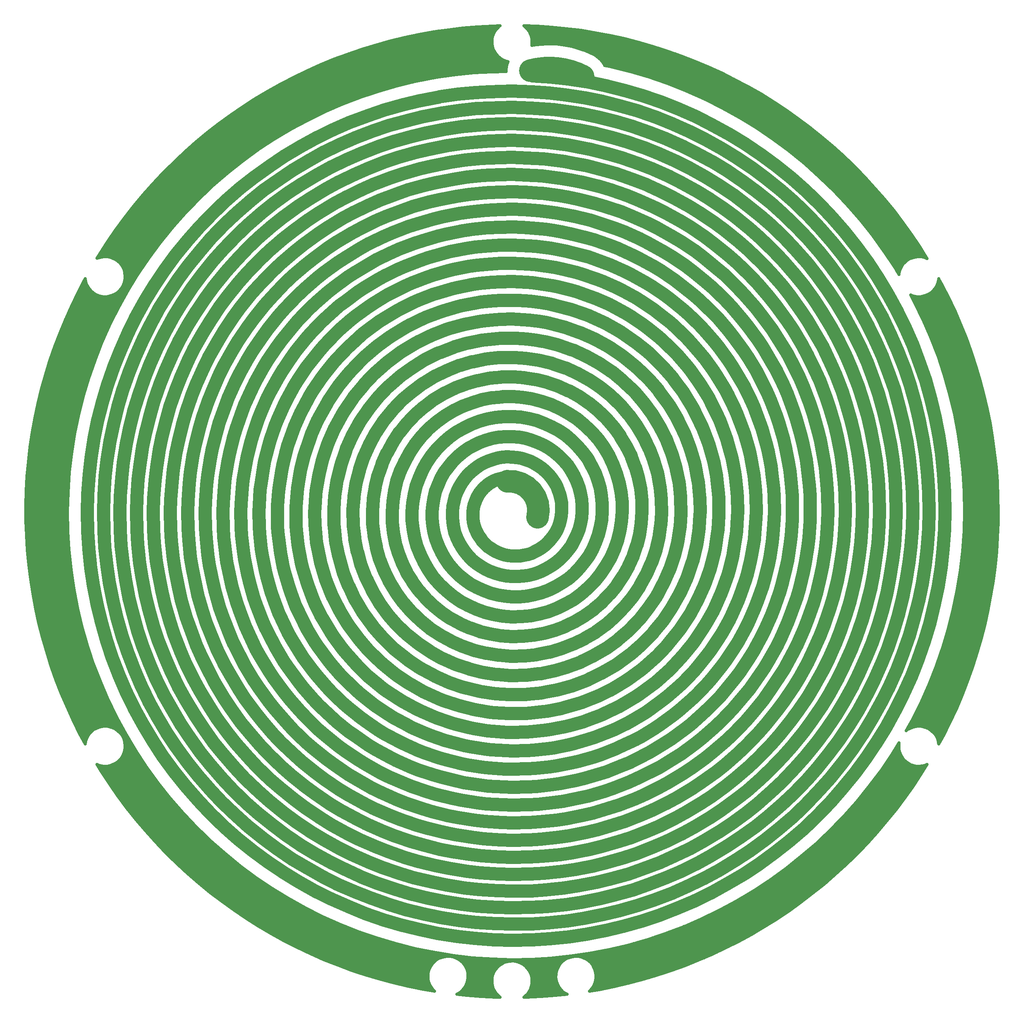
<source format=gbr>
G04 DipTrace 2.3.1.0*
%INTop.gbr*%
%MOIN*%
%ADD16C,0.025*%
%ADD17C,0.118*%
%ADD18C,0.2*%
%ADD25C,0.06*%
%FSLAX44Y44*%
G04*
G70*
G90*
G75*
G01*
%LNTop*%
%LPD*%
D25*
X49119Y86372D3*
X48619Y85622D3*
X49994Y86497D3*
X50994D3*
X51994Y86372D3*
X53744Y85747D3*
X52869Y86122D3*
X46619Y49622D3*
X47494D3*
X48244Y49247D3*
X48869Y48622D3*
X49119Y47872D3*
Y46997D3*
X49744Y46497D3*
X42676Y89778D2*
D16*
X45919D1*
X48570D2*
X51821D1*
X40777Y89530D2*
X45727D1*
X48762D2*
X53708D1*
X39320Y89281D2*
X45598D1*
X48890D2*
X55157D1*
X38101Y89032D2*
X45512D1*
X48976D2*
X56379D1*
X37039Y88784D2*
X45465D1*
X49023D2*
X57450D1*
X36078Y88535D2*
X45454D1*
X49035D2*
X58422D1*
X35187Y88286D2*
X45481D1*
X52054D2*
X59294D1*
X34379Y88038D2*
X45544D1*
X53082D2*
X60106D1*
X33621Y87789D2*
X45645D1*
X53781D2*
X60879D1*
X32890Y87540D2*
X45797D1*
X54332D2*
X61583D1*
X32226Y87292D2*
X46020D1*
X54769D2*
X62270D1*
X31570Y87043D2*
X46364D1*
X55054D2*
X62911D1*
X30961Y86794D2*
X46840D1*
X55262D2*
X63532D1*
X30363Y86546D2*
X46766D1*
X55414D2*
X64118D1*
X29804Y86297D2*
X46723D1*
X56414D2*
X64688D1*
X29246Y86048D2*
X46708D1*
X57414D2*
X65231D1*
X28734Y85799D2*
X43083D1*
X58289D2*
X65766D1*
X28219Y85551D2*
X41129D1*
X59129D2*
X66266D1*
X27730Y85302D2*
X39712D1*
X59867D2*
X66766D1*
X27254Y85053D2*
X38481D1*
X60590D2*
X67235D1*
X26785Y84805D2*
X37446D1*
X61269D2*
X67700D1*
X26344Y84556D2*
X36532D1*
X61898D2*
X68153D1*
X25898Y84307D2*
X35665D1*
X62531D2*
X68583D1*
X25476Y84059D2*
X34891D1*
X63090D2*
X69016D1*
X25062Y83810D2*
X34145D1*
X63648D2*
X69426D1*
X24652Y83561D2*
X33473D1*
X64203D2*
X69829D1*
X24265Y83313D2*
X32825D1*
X64703D2*
X70231D1*
X23879Y83064D2*
X32184D1*
X65203D2*
X70610D1*
X23496Y82815D2*
X31614D1*
X65699D2*
X70985D1*
X23137Y82567D2*
X31040D1*
X66148D2*
X71360D1*
X22773Y82318D2*
X30504D1*
X66597D2*
X71712D1*
X22418Y82069D2*
X29997D1*
X67047D2*
X72067D1*
X22078Y81820D2*
X29485D1*
X67476D2*
X72419D1*
X21738Y81572D2*
X28997D1*
X67879D2*
X72747D1*
X21402Y81323D2*
X28540D1*
X68285D2*
X73079D1*
X21086Y81074D2*
X28079D1*
X68691D2*
X73411D1*
X20765Y80826D2*
X27637D1*
X69062D2*
X73723D1*
X20449Y80577D2*
X27223D1*
X69429D2*
X74036D1*
X20148Y80328D2*
X26809D1*
X69801D2*
X74344D1*
X19847Y80080D2*
X26395D1*
X70168D2*
X74641D1*
X19551Y79831D2*
X26004D1*
X70508D2*
X74934D1*
X19262Y79582D2*
X25629D1*
X70844D2*
X75227D1*
X18980Y79334D2*
X25254D1*
X71179D2*
X75516D1*
X18699Y79085D2*
X24879D1*
X71515D2*
X75790D1*
X18418Y78836D2*
X24540D1*
X71828D2*
X76063D1*
X18152Y78588D2*
X24196D1*
X72137D2*
X76340D1*
X17890Y78339D2*
X23852D1*
X72441D2*
X76602D1*
X17625Y78090D2*
X23512D1*
X72750D2*
X76860D1*
X17367Y77841D2*
X23196D1*
X73051D2*
X77118D1*
X17121Y77593D2*
X22879D1*
X73332D2*
X77376D1*
X16871Y77344D2*
X22567D1*
X73613D2*
X77618D1*
X16621Y77095D2*
X22254D1*
X73894D2*
X77864D1*
X16383Y76847D2*
X21965D1*
X74176D2*
X78106D1*
X16148Y76598D2*
X21680D1*
X74437D2*
X78344D1*
X15914Y76349D2*
X21391D1*
X74695D2*
X78571D1*
X15683Y76101D2*
X21106D1*
X74953D2*
X78801D1*
X15461Y75852D2*
X20825D1*
X75207D2*
X79032D1*
X15242Y75603D2*
X20563D1*
X75465D2*
X79251D1*
X15019Y75355D2*
X20297D1*
X75711D2*
X79465D1*
X14801Y75106D2*
X20036D1*
X75945D2*
X79680D1*
X14594Y74857D2*
X19774D1*
X76179D2*
X79899D1*
X14387Y74609D2*
X19528D1*
X76418D2*
X80106D1*
X14179Y74360D2*
X19286D1*
X76652D2*
X80305D1*
X13972Y74111D2*
X19047D1*
X76871D2*
X80508D1*
X13777Y73862D2*
X18805D1*
X77090D2*
X80712D1*
X13586Y73614D2*
X18567D1*
X77304D2*
X80907D1*
X13390Y73365D2*
X18337D1*
X77519D2*
X81098D1*
X13195Y73116D2*
X18118D1*
X77734D2*
X81290D1*
X13012Y72868D2*
X17895D1*
X77945D2*
X81477D1*
X12828Y72619D2*
X17676D1*
X78144D2*
X81665D1*
X12644Y72370D2*
X17454D1*
X78344D2*
X81840D1*
X12465Y72122D2*
X17247D1*
X78539D2*
X82020D1*
X12289Y71873D2*
X17047D1*
X78738D2*
X82200D1*
X12117Y71624D2*
X16844D1*
X78933D2*
X82376D1*
X11945Y71376D2*
X16645D1*
X79117D2*
X82544D1*
X11773Y71127D2*
X16442D1*
X79297D2*
X82712D1*
X11609Y70878D2*
X16243D1*
X79476D2*
X82879D1*
X11449Y70630D2*
X16059D1*
X79656D2*
X83047D1*
X11289Y70381D2*
X15872D1*
X79836D2*
X83204D1*
X11125Y70132D2*
X15688D1*
X80015D2*
X83360D1*
X10969Y69883D2*
X15504D1*
X80179D2*
X83516D1*
X10816Y69635D2*
X11012D1*
X11875D2*
X15321D1*
X80344D2*
X82614D1*
X83476D2*
X83672D1*
X12449Y69386D2*
X15153D1*
X80508D2*
X82040D1*
X12746Y69137D2*
X14985D1*
X80676D2*
X81743D1*
X12941Y68889D2*
X14817D1*
X80840D2*
X81547D1*
X13078Y68640D2*
X14649D1*
X80996D2*
X81411D1*
X13168Y68391D2*
X14481D1*
X81144D2*
X81321D1*
X13219Y68143D2*
X14313D1*
X13234Y67894D2*
X14157D1*
X13215Y67645D2*
X14004D1*
X9535Y67397D2*
X9731D1*
X13156D2*
X13852D1*
X84758D2*
X84958D1*
X9402Y67148D2*
X9833D1*
X13058D2*
X13700D1*
X84656D2*
X85090D1*
X9273Y66899D2*
X9977D1*
X12910D2*
X13547D1*
X84512D2*
X85215D1*
X9144Y66651D2*
X10192D1*
X12699D2*
X13399D1*
X84297D2*
X85344D1*
X9015Y66402D2*
X10516D1*
X12375D2*
X13262D1*
X83972D2*
X85469D1*
X8894Y66153D2*
X11360D1*
X11529D2*
X13126D1*
X82426D2*
X82962D1*
X83129D2*
X85594D1*
X8777Y65904D2*
X12985D1*
X82562D2*
X85715D1*
X8656Y65656D2*
X12848D1*
X82691D2*
X85833D1*
X8535Y65407D2*
X12712D1*
X82812D2*
X85950D1*
X8422Y65158D2*
X12575D1*
X82933D2*
X86067D1*
X8308Y64910D2*
X12450D1*
X83054D2*
X86184D1*
X8195Y64661D2*
X12325D1*
X83176D2*
X86294D1*
X8086Y64412D2*
X12200D1*
X83297D2*
X86403D1*
X7972Y64164D2*
X12079D1*
X83418D2*
X86508D1*
X7871Y63915D2*
X11954D1*
X83531D2*
X86618D1*
X7769Y63666D2*
X11833D1*
X83637D2*
X86723D1*
X7668Y63418D2*
X11723D1*
X83746D2*
X86825D1*
X7562Y63169D2*
X11610D1*
X83855D2*
X86922D1*
X7461Y62920D2*
X11501D1*
X83961D2*
X87024D1*
X7367Y62672D2*
X11391D1*
X84070D2*
X87122D1*
X7273Y62423D2*
X11278D1*
X84168D2*
X87219D1*
X7179Y62174D2*
X11169D1*
X84265D2*
X87309D1*
X7086Y61925D2*
X11067D1*
X84359D2*
X87399D1*
X6996Y61677D2*
X10969D1*
X84457D2*
X87489D1*
X6910Y61428D2*
X10872D1*
X84551D2*
X87579D1*
X6824Y61179D2*
X10774D1*
X84644D2*
X87669D1*
X6738Y60931D2*
X10672D1*
X84742D2*
X87751D1*
X6652Y60682D2*
X10575D1*
X84828D2*
X87833D1*
X6570Y60433D2*
X10485D1*
X84910D2*
X87915D1*
X6496Y60185D2*
X10399D1*
X84992D2*
X87997D1*
X6418Y59936D2*
X10317D1*
X85074D2*
X88075D1*
X6340Y59687D2*
X10231D1*
X85160D2*
X88149D1*
X6262Y59439D2*
X10145D1*
X85242D2*
X88223D1*
X6187Y59190D2*
X10059D1*
X85320D2*
X88297D1*
X6121Y58941D2*
X9973D1*
X85390D2*
X88372D1*
X6051Y58693D2*
X9895D1*
X85461D2*
X88442D1*
X5984Y58444D2*
X9821D1*
X85531D2*
X88504D1*
X5914Y58195D2*
X9751D1*
X85605D2*
X88571D1*
X5847Y57946D2*
X9676D1*
X85676D2*
X88637D1*
X5789Y57698D2*
X9602D1*
X85746D2*
X88704D1*
X5726Y57449D2*
X9528D1*
X85812D2*
X88766D1*
X5664Y57200D2*
X9462D1*
X85871D2*
X88825D1*
X5605Y56952D2*
X9399D1*
X85933D2*
X88879D1*
X5547Y56703D2*
X9337D1*
X85992D2*
X88938D1*
X5492Y56454D2*
X9274D1*
X86051D2*
X88997D1*
X5441Y56206D2*
X9212D1*
X86109D2*
X89051D1*
X5387Y55957D2*
X9153D1*
X86172D2*
X89102D1*
X5336Y55708D2*
X9090D1*
X86219D2*
X89153D1*
X5285Y55460D2*
X9036D1*
X86265D2*
X89200D1*
X5238Y55211D2*
X8985D1*
X86316D2*
X89251D1*
X5195Y54962D2*
X8934D1*
X86363D2*
X89297D1*
X5148Y54714D2*
X8883D1*
X86410D2*
X89340D1*
X5105Y54465D2*
X8833D1*
X86461D2*
X89383D1*
X5058Y54216D2*
X8782D1*
X86508D2*
X89426D1*
X5023Y53967D2*
X8735D1*
X86547D2*
X89465D1*
X4984Y53719D2*
X8692D1*
X86586D2*
X89508D1*
X4949Y53470D2*
X8653D1*
X86621D2*
X89544D1*
X4910Y53221D2*
X8614D1*
X86660D2*
X89579D1*
X4875Y52973D2*
X8575D1*
X86695D2*
X89610D1*
X4844Y52724D2*
X8536D1*
X86734D2*
X89645D1*
X4812Y52475D2*
X8497D1*
X86769D2*
X89680D1*
X4781Y52227D2*
X8458D1*
X86793D2*
X89708D1*
X4754Y51978D2*
X8430D1*
X86820D2*
X89735D1*
X4722Y51729D2*
X8403D1*
X86847D2*
X89762D1*
X4699Y51481D2*
X8372D1*
X86871D2*
X89786D1*
X4676Y51232D2*
X8344D1*
X86898D2*
X89813D1*
X4656Y50983D2*
X8317D1*
X86926D2*
X89837D1*
X4633Y50735D2*
X8286D1*
X86949D2*
X89856D1*
X4613Y50486D2*
X8266D1*
X86965D2*
X89876D1*
X4594Y50237D2*
X8251D1*
X86980D2*
X89891D1*
X4578Y49988D2*
X8231D1*
X86996D2*
X89911D1*
X4566Y49740D2*
X8215D1*
X87012D2*
X89926D1*
X4551Y49491D2*
X8196D1*
X87027D2*
X89938D1*
X4535Y49242D2*
X8180D1*
X87043D2*
X89950D1*
X4523Y48994D2*
X8161D1*
X87054D2*
X89962D1*
X4515Y48745D2*
X8149D1*
X87058D2*
X89973D1*
X4512Y48496D2*
X8145D1*
X87062D2*
X89981D1*
X4504Y48248D2*
X8137D1*
X87066D2*
X89985D1*
X4496Y47999D2*
X8129D1*
X87070D2*
X89989D1*
X4492Y47750D2*
X8122D1*
X87074D2*
X89993D1*
X4492Y47502D2*
X8118D1*
X87078D2*
X89997D1*
X4492Y47253D2*
X8110D1*
X87082D2*
X90001D1*
X4492Y47004D2*
X8114D1*
X87078D2*
X90001D1*
X4492Y46756D2*
X8118D1*
X87070D2*
X89997D1*
X4496Y46507D2*
X8122D1*
X87066D2*
X89993D1*
X4500Y46258D2*
X8126D1*
X87058D2*
X89989D1*
X4508Y46009D2*
X8133D1*
X87051D2*
X89981D1*
X4519Y45761D2*
X8137D1*
X87043D2*
X89969D1*
X4527Y45512D2*
X8141D1*
X87035D2*
X89962D1*
X4535Y45263D2*
X8153D1*
X87015D2*
X89954D1*
X4547Y45015D2*
X8169D1*
X87000D2*
X89942D1*
X4562Y44766D2*
X8184D1*
X86980D2*
X89926D1*
X4578Y44517D2*
X8200D1*
X86965D2*
X89911D1*
X4594Y44269D2*
X8212D1*
X86949D2*
X89891D1*
X4613Y44020D2*
X8227D1*
X86929D2*
X89876D1*
X4629Y43771D2*
X8247D1*
X86910D2*
X89860D1*
X4652Y43523D2*
X8274D1*
X86883D2*
X89837D1*
X4676Y43274D2*
X8297D1*
X86855D2*
X89813D1*
X4699Y43025D2*
X8325D1*
X86828D2*
X89786D1*
X4726Y42777D2*
X8352D1*
X86797D2*
X89762D1*
X4750Y42528D2*
X8376D1*
X86769D2*
X89739D1*
X4781Y42279D2*
X8403D1*
X86742D2*
X89712D1*
X4812Y42030D2*
X8430D1*
X86707D2*
X89676D1*
X4844Y41782D2*
X8465D1*
X86668D2*
X89645D1*
X4875Y41533D2*
X8504D1*
X86629D2*
X89614D1*
X4906Y41284D2*
X8540D1*
X86590D2*
X89583D1*
X4945Y41036D2*
X8579D1*
X86551D2*
X89547D1*
X4984Y40787D2*
X8614D1*
X86512D2*
X89508D1*
X5023Y40538D2*
X8653D1*
X86472D2*
X89465D1*
X5062Y40290D2*
X8696D1*
X86429D2*
X89426D1*
X5101Y40041D2*
X8747D1*
X86379D2*
X89387D1*
X5144Y39792D2*
X8794D1*
X86328D2*
X89348D1*
X5191Y39544D2*
X8840D1*
X86277D2*
X89297D1*
X5238Y39295D2*
X8891D1*
X86226D2*
X89251D1*
X5285Y39046D2*
X8938D1*
X86176D2*
X89204D1*
X5332Y38798D2*
X8985D1*
X86125D2*
X89157D1*
X5383Y38549D2*
X9040D1*
X86066D2*
X89106D1*
X5437Y38300D2*
X9102D1*
X86004D2*
X89051D1*
X5492Y38051D2*
X9161D1*
X85945D2*
X88997D1*
X5547Y37803D2*
X9219D1*
X85883D2*
X88942D1*
X5601Y37554D2*
X9278D1*
X85820D2*
X88887D1*
X5660Y37305D2*
X9340D1*
X85758D2*
X88829D1*
X5722Y37057D2*
X9403D1*
X85695D2*
X88766D1*
X5785Y36808D2*
X9473D1*
X85625D2*
X88704D1*
X5847Y36559D2*
X9544D1*
X85551D2*
X88641D1*
X5910Y36311D2*
X9614D1*
X85480D2*
X88575D1*
X5976Y36062D2*
X9688D1*
X85406D2*
X88512D1*
X6047Y35813D2*
X9758D1*
X85332D2*
X88442D1*
X6117Y35565D2*
X9829D1*
X85258D2*
X88372D1*
X6187Y35316D2*
X9903D1*
X85179D2*
X88297D1*
X6262Y35067D2*
X9985D1*
X85094D2*
X88227D1*
X6332Y34819D2*
X10071D1*
X85012D2*
X88157D1*
X6414Y34570D2*
X10153D1*
X84926D2*
X88079D1*
X6492Y34321D2*
X10235D1*
X84840D2*
X87997D1*
X6570Y34072D2*
X10317D1*
X84754D2*
X87919D1*
X6648Y33824D2*
X10403D1*
X84668D2*
X87837D1*
X6730Y33575D2*
X10497D1*
X84578D2*
X87758D1*
X6820Y33326D2*
X10594D1*
X84480D2*
X87669D1*
X6906Y33078D2*
X10688D1*
X84383D2*
X87583D1*
X6996Y32829D2*
X10786D1*
X84281D2*
X87493D1*
X7082Y32580D2*
X10879D1*
X84183D2*
X87407D1*
X7172Y32332D2*
X10977D1*
X84086D2*
X87317D1*
X7269Y32083D2*
X11075D1*
X83988D2*
X87219D1*
X7367Y31834D2*
X11184D1*
X83875D2*
X87122D1*
X7461Y31586D2*
X11290D1*
X83765D2*
X87028D1*
X7558Y31337D2*
X11399D1*
X83656D2*
X86930D1*
X7660Y31088D2*
X11508D1*
X83543D2*
X86833D1*
X7762Y30840D2*
X11614D1*
X83433D2*
X86727D1*
X7867Y30591D2*
X11727D1*
X83320D2*
X86622D1*
X7972Y30342D2*
X11848D1*
X83207D2*
X86516D1*
X8078Y30093D2*
X11969D1*
X83082D2*
X86411D1*
X8191Y29845D2*
X12090D1*
X82957D2*
X86301D1*
X8304Y29596D2*
X12212D1*
X82832D2*
X86188D1*
X8418Y29347D2*
X12333D1*
X82707D2*
X86071D1*
X8531Y29099D2*
X12454D1*
X82586D2*
X85958D1*
X8644Y28850D2*
X12587D1*
X82453D2*
X85840D1*
X8769Y28601D2*
X12723D1*
X82316D2*
X85723D1*
X8890Y28353D2*
X12856D1*
X82176D2*
X85598D1*
X9015Y28104D2*
X10536D1*
X12355D2*
X12993D1*
X82039D2*
X82137D1*
X83953D2*
X85473D1*
X9137Y27855D2*
X10204D1*
X12687D2*
X13129D1*
X84285D2*
X85348D1*
X9262Y27607D2*
X9985D1*
X12902D2*
X13266D1*
X84504D2*
X85227D1*
X9394Y27358D2*
X9837D1*
X13051D2*
X13415D1*
X84652D2*
X85094D1*
X9527Y27109D2*
X9735D1*
X13152D2*
X13563D1*
X84754D2*
X84962D1*
X13211Y26861D2*
X13712D1*
X13234Y26612D2*
X13860D1*
X81164D2*
X81255D1*
X13222Y26363D2*
X14012D1*
X81012D2*
X81266D1*
X13172Y26114D2*
X14161D1*
X80859D2*
X81317D1*
X13086Y25866D2*
X14325D1*
X80699D2*
X81403D1*
X12949Y25617D2*
X14489D1*
X80531D2*
X81540D1*
X12754Y25368D2*
X14653D1*
X80363D2*
X81735D1*
X12465Y25120D2*
X14817D1*
X80195D2*
X82024D1*
X10812Y24871D2*
X10969D1*
X11922D2*
X14981D1*
X80027D2*
X82567D1*
X83519D2*
X83680D1*
X10965Y24622D2*
X15153D1*
X79859D2*
X83524D1*
X11117Y24374D2*
X15333D1*
X79687D2*
X83372D1*
X11277Y24125D2*
X15516D1*
X79500D2*
X83215D1*
X11441Y23876D2*
X15696D1*
X79316D2*
X83047D1*
X11605Y23628D2*
X15876D1*
X79133D2*
X82883D1*
X11765Y23379D2*
X16055D1*
X78949D2*
X82719D1*
X11933Y23130D2*
X16247D1*
X78762D2*
X82555D1*
X12109Y22882D2*
X16446D1*
X78562D2*
X82379D1*
X12285Y22633D2*
X16641D1*
X78359D2*
X82204D1*
X12457Y22384D2*
X16840D1*
X78160D2*
X82028D1*
X12633Y22135D2*
X17040D1*
X77957D2*
X81852D1*
X12820Y21887D2*
X17247D1*
X77754D2*
X81672D1*
X13004Y21638D2*
X17462D1*
X77547D2*
X81485D1*
X13191Y21389D2*
X17676D1*
X77324D2*
X81297D1*
X13375Y21141D2*
X17891D1*
X77105D2*
X81110D1*
X13574Y20892D2*
X18110D1*
X76883D2*
X80919D1*
X13769Y20643D2*
X18325D1*
X76664D2*
X80719D1*
X13969Y20395D2*
X18563D1*
X76433D2*
X80520D1*
X14168Y20146D2*
X18797D1*
X76195D2*
X80321D1*
X14375Y19897D2*
X19032D1*
X75953D2*
X80114D1*
X14586Y19649D2*
X19270D1*
X75715D2*
X79903D1*
X14797Y19400D2*
X19512D1*
X75472D2*
X79692D1*
X15008Y19151D2*
X19770D1*
X75226D2*
X79477D1*
X15230Y18903D2*
X20024D1*
X74965D2*
X79262D1*
X15453Y18654D2*
X20282D1*
X74703D2*
X79036D1*
X15676Y18405D2*
X20540D1*
X74441D2*
X78809D1*
X15902Y18156D2*
X20805D1*
X74179D2*
X78587D1*
X16137Y17908D2*
X21083D1*
X73898D2*
X78352D1*
X16375Y17659D2*
X21364D1*
X73613D2*
X78114D1*
X16613Y17410D2*
X21645D1*
X73324D2*
X77876D1*
X16855Y17162D2*
X21926D1*
X73039D2*
X77633D1*
X17105Y16913D2*
X22231D1*
X72754D2*
X77383D1*
X17359Y16664D2*
X22540D1*
X72441D2*
X77129D1*
X17613Y16416D2*
X22844D1*
X72129D2*
X76876D1*
X17875Y16167D2*
X23153D1*
X71816D2*
X76618D1*
X18140Y15918D2*
X23469D1*
X71504D2*
X76348D1*
X18410Y15670D2*
X23805D1*
X71168D2*
X76079D1*
X18679Y15421D2*
X24141D1*
X70824D2*
X75805D1*
X18965Y15172D2*
X24477D1*
X70480D2*
X75528D1*
X19250Y14924D2*
X24829D1*
X70140D2*
X75239D1*
X19535Y14675D2*
X25196D1*
X69777D2*
X74950D1*
X19832Y14426D2*
X25563D1*
X69402D2*
X74661D1*
X20137Y14177D2*
X25934D1*
X69027D2*
X74356D1*
X20437Y13929D2*
X26317D1*
X68652D2*
X74047D1*
X20746Y13680D2*
X26723D1*
X68242D2*
X73743D1*
X21070Y13431D2*
X27126D1*
X67828D2*
X73419D1*
X21394Y13183D2*
X27532D1*
X67414D2*
X73094D1*
X21719Y12934D2*
X27981D1*
X66992D2*
X72766D1*
X22062Y12685D2*
X28430D1*
X66535D2*
X72430D1*
X22406Y12437D2*
X28876D1*
X66074D2*
X72083D1*
X22750Y12188D2*
X29348D1*
X65617D2*
X71735D1*
X23117Y11939D2*
X29844D1*
X65105D2*
X71372D1*
X23484Y11691D2*
X30344D1*
X64597D2*
X71001D1*
X23855Y11442D2*
X30876D1*
X64086D2*
X70633D1*
X24246Y11193D2*
X31434D1*
X63527D2*
X70243D1*
X24640Y10945D2*
X31989D1*
X62953D2*
X69848D1*
X25039Y10696D2*
X32590D1*
X62367D2*
X69450D1*
X25461Y10447D2*
X33219D1*
X61719D2*
X69028D1*
X25883Y10198D2*
X33868D1*
X61070D2*
X68606D1*
X26320Y9950D2*
X34587D1*
X60371D2*
X68172D1*
X26769Y9701D2*
X35309D1*
X59625D2*
X67719D1*
X27222Y9452D2*
X36126D1*
X58820D2*
X67262D1*
X27711Y9204D2*
X36962D1*
X57953D2*
X66782D1*
X28195Y8955D2*
X37950D1*
X57008D2*
X66290D1*
X28707Y8706D2*
X38985D1*
X55969D2*
X65786D1*
X29230Y8458D2*
X40204D1*
X54703D2*
X65254D1*
X29773Y8209D2*
X41727D1*
X53211D2*
X64719D1*
X30344Y7960D2*
X40946D1*
X42285D2*
X43735D1*
X51133D2*
X52204D1*
X53543D2*
X64145D1*
X30929Y7712D2*
X40508D1*
X42722D2*
X51766D1*
X53980D2*
X63563D1*
X31547Y7463D2*
X40247D1*
X42980D2*
X46387D1*
X48101D2*
X51508D1*
X54242D2*
X62938D1*
X32191Y7214D2*
X40071D1*
X43160D2*
X46032D1*
X48457D2*
X51329D1*
X54418D2*
X62305D1*
X32867Y6965D2*
X39950D1*
X43281D2*
X45805D1*
X48683D2*
X51208D1*
X54539D2*
X61618D1*
X33586Y6717D2*
X39872D1*
X43359D2*
X45653D1*
X48836D2*
X51129D1*
X54617D2*
X60907D1*
X34336Y6468D2*
X39833D1*
X43398D2*
X45547D1*
X48941D2*
X51090D1*
X54656D2*
X60149D1*
X35160Y6219D2*
X39829D1*
X43402D2*
X45481D1*
X49008D2*
X51087D1*
X54660D2*
X59329D1*
X36035Y5971D2*
X39860D1*
X43371D2*
X45454D1*
X49035D2*
X51118D1*
X54629D2*
X58458D1*
X36980Y5722D2*
X39926D1*
X43301D2*
X45465D1*
X49023D2*
X51188D1*
X54562D2*
X57508D1*
X38043Y5473D2*
X40040D1*
X43191D2*
X45508D1*
X48980D2*
X51297D1*
X54449D2*
X56438D1*
X39254Y5225D2*
X40204D1*
X43027D2*
X45590D1*
X48898D2*
X51462D1*
X54285D2*
X55227D1*
X42785Y4976D2*
X45719D1*
X48769D2*
X51704D1*
X42582Y4727D2*
X45907D1*
X48582D2*
X51911D1*
X49005Y88462D2*
X48980Y88273D1*
X49379Y88338D1*
X49824Y88387D1*
X50295Y88413D1*
X50699Y88416D1*
X51146Y88396D1*
X51615Y88349D1*
X52015Y88289D1*
X52453Y88200D1*
X52910Y88081D1*
X53296Y87960D1*
X53715Y87805D1*
X54148Y87617D1*
X54452Y87468D1*
X54668Y87343D1*
X54868Y87194D1*
X55050Y87022D1*
X55210Y86830D1*
X55347Y86621D1*
X55400Y86521D1*
X55912Y86416D1*
X57669Y85976D1*
X59268Y85500D1*
X60999Y84902D1*
X62554Y84286D1*
X64220Y83542D1*
X65713Y82795D1*
X67309Y81907D1*
X68730Y81033D1*
X70242Y80011D1*
X71581Y79017D1*
X72997Y77867D1*
X74244Y76761D1*
X75554Y75492D1*
X76698Y74282D1*
X77893Y72904D1*
X78927Y71601D1*
X79996Y70124D1*
X80912Y68737D1*
X81288Y68110D1*
X81338Y68367D1*
X81418Y68604D1*
X81531Y68826D1*
X81675Y69031D1*
X81846Y69213D1*
X82041Y69369D1*
X82256Y69496D1*
X82487Y69592D1*
X82729Y69654D1*
X82977Y69681D1*
X83227Y69673D1*
X83473Y69629D1*
X83710Y69552D1*
X83771Y69525D1*
X83089Y70606D1*
X82363Y71681D1*
X81606Y72734D1*
X80816Y73766D1*
X79995Y74774D1*
X79143Y75756D1*
X78262Y76713D1*
X77352Y77641D1*
X76415Y78542D1*
X75450Y79414D1*
X74460Y80257D1*
X73444Y81068D1*
X72404Y81849D1*
X71341Y82597D1*
X70256Y83313D1*
X69150Y83996D1*
X68023Y84644D1*
X66877Y85259D1*
X65713Y85838D1*
X64532Y86381D1*
X63334Y86888D1*
X62122Y87359D1*
X60897Y87792D1*
X59658Y88188D1*
X58409Y88547D1*
X57148Y88867D1*
X55879Y89149D1*
X54602Y89392D1*
X53318Y89596D1*
X52028Y89761D1*
X50734Y89887D1*
X49437Y89973D1*
X48285Y90014D1*
X48436Y89889D1*
X48608Y89708D1*
X48752Y89505D1*
X48867Y89283D1*
X48948Y89047D1*
X48996Y88801D1*
X49009Y88587D1*
X49005Y88462D1*
X46890Y86858D2*
X46653Y86924D1*
X46425Y87024D1*
X46212Y87155D1*
X46020Y87315D1*
X45853Y87501D1*
X45714Y87708D1*
X45605Y87933D1*
X45529Y88171D1*
X45488Y88417D1*
X45481Y88667D1*
X45510Y88915D1*
X45574Y89157D1*
X45671Y89387D1*
X45800Y89601D1*
X45957Y89795D1*
X46141Y89964D1*
X46206Y90013D1*
X45538Y89995D1*
X44239Y89923D1*
X42944Y89812D1*
X41653Y89662D1*
X40366Y89473D1*
X39086Y89244D1*
X37814Y88977D1*
X36550Y88671D1*
X35297Y88327D1*
X34054Y87945D1*
X32823Y87525D1*
X31606Y87069D1*
X30403Y86575D1*
X29216Y86045D1*
X28045Y85479D1*
X26892Y84878D1*
X25758Y84242D1*
X24644Y83573D1*
X23551Y82869D1*
X22479Y82133D1*
X21431Y81364D1*
X20406Y80564D1*
X19406Y79733D1*
X18432Y78872D1*
X17484Y77982D1*
X16564Y77063D1*
X15672Y76117D1*
X14809Y75145D1*
X13976Y74146D1*
X13174Y73123D1*
X12404Y72075D1*
X11665Y71005D1*
X10960Y69913D1*
X10728Y69529D1*
X10887Y69592D1*
X11129Y69654D1*
X11377Y69681D1*
X11627Y69673D1*
X11873Y69629D1*
X12110Y69552D1*
X12334Y69441D1*
X12540Y69300D1*
X12725Y69132D1*
X12883Y68939D1*
X13013Y68726D1*
X13112Y68496D1*
X13177Y68255D1*
X13207Y68007D1*
X13205Y67792D1*
X13170Y67545D1*
X13100Y67305D1*
X12997Y67077D1*
X12863Y66867D1*
X12700Y66677D1*
X12513Y66512D1*
X12304Y66375D1*
X12077Y66270D1*
X11838Y66197D1*
X11592Y66158D1*
X11342Y66155D1*
X11094Y66187D1*
X10853Y66254D1*
X10625Y66354D1*
X10412Y66485D1*
X10220Y66645D1*
X10053Y66831D1*
X9914Y67038D1*
X9805Y67263D1*
X9729Y67501D1*
X9689Y67736D1*
X9534Y67446D1*
X9047Y66515D1*
X8479Y65346D1*
X7947Y64160D1*
X7451Y62958D1*
X6992Y61741D1*
X6570Y60511D1*
X6186Y59269D1*
X5840Y58016D1*
X5532Y56753D1*
X5262Y55481D1*
X5031Y54202D1*
X4840Y52916D1*
X4687Y51625D1*
X4573Y50329D1*
X4499Y49031D1*
X4465Y47732D1*
X4470Y46431D1*
X4515Y45132D1*
X4599Y43835D1*
X4722Y42540D1*
X4885Y41250D1*
X5086Y39966D1*
X5327Y38688D1*
X5607Y37419D1*
X5924Y36158D1*
X6280Y34907D1*
X6674Y33668D1*
X7106Y32442D1*
X7574Y31229D1*
X8079Y30031D1*
X8620Y28849D1*
X9197Y27684D1*
X9688Y26763D1*
X9738Y27027D1*
X9818Y27264D1*
X9931Y27486D1*
X10075Y27691D1*
X10246Y27873D1*
X10441Y28029D1*
X10656Y28156D1*
X10887Y28252D1*
X11129Y28314D1*
X11377Y28341D1*
X11627Y28333D1*
X11873Y28289D1*
X12110Y28212D1*
X12334Y28101D1*
X12540Y27960D1*
X12725Y27792D1*
X12883Y27599D1*
X13013Y27386D1*
X13112Y27156D1*
X13177Y26915D1*
X13207Y26667D1*
X13205Y26452D1*
X13170Y26205D1*
X13100Y25965D1*
X12997Y25737D1*
X12863Y25527D1*
X12700Y25337D1*
X12513Y25172D1*
X12304Y25035D1*
X12077Y24930D1*
X11838Y24857D1*
X11592Y24818D1*
X11342Y24815D1*
X11094Y24847D1*
X10853Y24914D1*
X10727Y24965D1*
X11137Y24301D1*
X11850Y23214D1*
X12597Y22150D1*
X13376Y21109D1*
X14186Y20091D1*
X15026Y19099D1*
X15896Y18133D1*
X16795Y17194D1*
X17723Y16283D1*
X18677Y15400D1*
X19658Y14547D1*
X20665Y13724D1*
X21695Y12931D1*
X22750Y12171D1*
X23827Y11443D1*
X24926Y10748D1*
X26045Y10086D1*
X27184Y9459D1*
X28342Y8867D1*
X29517Y8311D1*
X30708Y7790D1*
X31915Y7306D1*
X33135Y6858D1*
X34369Y6448D1*
X35615Y6076D1*
X36871Y5742D1*
X38137Y5446D1*
X39412Y5188D1*
X40425Y5015D1*
X40303Y5135D1*
X40150Y5332D1*
X40025Y5549D1*
X39933Y5781D1*
X39874Y6024D1*
X39850Y6272D1*
X39861Y6522D1*
X39908Y6767D1*
X39988Y7004D1*
X40101Y7226D1*
X40245Y7431D1*
X40416Y7613D1*
X40611Y7769D1*
X40826Y7896D1*
X41057Y7992D1*
X41299Y8054D1*
X41547Y8081D1*
X41797Y8073D1*
X42043Y8029D1*
X42280Y7952D1*
X42504Y7841D1*
X42710Y7700D1*
X42895Y7532D1*
X43053Y7339D1*
X43183Y7126D1*
X43282Y6896D1*
X43347Y6655D1*
X43377Y6407D1*
X43375Y6192D1*
X43340Y5945D1*
X43270Y5705D1*
X43167Y5477D1*
X43033Y5267D1*
X42870Y5077D1*
X42683Y4912D1*
X42474Y4775D1*
X42408Y4742D1*
X43281Y4647D1*
X44574Y4548D1*
X45869Y4487D1*
X46201Y4482D1*
X46020Y4635D1*
X45853Y4821D1*
X45714Y5028D1*
X45605Y5253D1*
X45529Y5491D1*
X45488Y5737D1*
X45481Y5987D1*
X45510Y6235D1*
X45574Y6477D1*
X45671Y6707D1*
X45800Y6921D1*
X45957Y7115D1*
X46141Y7284D1*
X46346Y7426D1*
X46570Y7538D1*
X46807Y7617D1*
X47052Y7662D1*
X47302Y7671D1*
X47550Y7645D1*
X47793Y7585D1*
X48024Y7491D1*
X48240Y7365D1*
X48436Y7209D1*
X48608Y7028D1*
X48752Y6825D1*
X48867Y6603D1*
X48948Y6367D1*
X48996Y6121D1*
X49009Y5907D1*
X48992Y5658D1*
X48939Y5414D1*
X48852Y5179D1*
X48734Y4960D1*
X48585Y4759D1*
X48409Y4581D1*
X48284Y4482D1*
X48469D1*
X49768Y4539D1*
X51064Y4636D1*
X52078Y4742D1*
X51946Y4816D1*
X51743Y4962D1*
X51563Y5135D1*
X51410Y5332D1*
X51285Y5549D1*
X51193Y5781D1*
X51134Y6024D1*
X51110Y6272D1*
X51121Y6522D1*
X51168Y6767D1*
X51248Y7004D1*
X51361Y7226D1*
X51505Y7431D1*
X51676Y7613D1*
X51871Y7769D1*
X52086Y7896D1*
X52317Y7992D1*
X52559Y8054D1*
X52807Y8081D1*
X53057Y8073D1*
X53303Y8029D1*
X53540Y7952D1*
X53764Y7841D1*
X53970Y7700D1*
X54155Y7532D1*
X54313Y7339D1*
X54443Y7126D1*
X54542Y6896D1*
X54607Y6655D1*
X54637Y6407D1*
X54635Y6192D1*
X54600Y5945D1*
X54530Y5705D1*
X54427Y5477D1*
X54293Y5267D1*
X54130Y5077D1*
X54065Y5015D1*
X54928Y5161D1*
X56203Y5414D1*
X57470Y5705D1*
X58728Y6035D1*
X59975Y6403D1*
X61210Y6809D1*
X62433Y7252D1*
X63641Y7732D1*
X64834Y8248D1*
X66011Y8801D1*
X67171Y9389D1*
X68312Y10012D1*
X69433Y10669D1*
X70535Y11360D1*
X71614Y12084D1*
X72672Y12841D1*
X73705Y13630D1*
X74715Y14449D1*
X75699Y15299D1*
X76656Y16179D1*
X77587Y17087D1*
X78489Y18023D1*
X79363Y18986D1*
X80207Y19975D1*
X81020Y20989D1*
X81803Y22027D1*
X82553Y23089D1*
X83271Y24173D1*
X83762Y24967D1*
X83559Y24889D1*
X83316Y24833D1*
X83067Y24812D1*
X82817Y24827D1*
X82573Y24876D1*
X82337Y24960D1*
X82116Y25076D1*
X81913Y25222D1*
X81733Y25395D1*
X81580Y25592D1*
X81455Y25809D1*
X81363Y26041D1*
X81304Y26284D1*
X81280Y26532D1*
X81291Y26782D1*
X81307Y26886D1*
X80737Y25957D1*
X79719Y24452D1*
X78739Y23131D1*
X77594Y21721D1*
X76503Y20492D1*
X75240Y19187D1*
X74047Y18058D1*
X72675Y16869D1*
X71389Y15849D1*
X69919Y14784D1*
X68551Y13881D1*
X66994Y12948D1*
X65553Y12168D1*
X63921Y11375D1*
X62419Y10724D1*
X60724Y10077D1*
X59172Y9560D1*
X57428Y9062D1*
X55838Y8683D1*
X54058Y8339D1*
X52442Y8100D1*
X50640Y7913D1*
X49010Y7815D1*
X47199Y7786D1*
X45568Y7831D1*
X43761Y7960D1*
X42142Y8147D1*
X40354Y8432D1*
X38758Y8759D1*
X37002Y9199D1*
X35443Y9664D1*
X33732Y10255D1*
X32220Y10853D1*
X30567Y11592D1*
X29114Y12318D1*
X27533Y13198D1*
X26150Y14048D1*
X24652Y15061D1*
X23349Y16028D1*
X21945Y17168D1*
X20733Y18244D1*
X19434Y19501D1*
X18320Y20677D1*
X17136Y22043D1*
X16130Y23311D1*
X15070Y24774D1*
X14179Y26124D1*
X13251Y27674D1*
X12482Y29095D1*
X11692Y30719D1*
X11050Y32201D1*
X10405Y33888D1*
X9896Y35418D1*
X9400Y37154D1*
X9026Y38722D1*
X8684Y40494D1*
X8448Y42088D1*
X8261Y43882D1*
X8165Y45489D1*
X8136Y47293D1*
X8180Y48901D1*
X8309Y50699D1*
X8493Y52296D1*
X8777Y54076D1*
X9099Y55650D1*
X9537Y57398D1*
X9995Y58936D1*
X10584Y60639D1*
X11174Y62130D1*
X11908Y63775D1*
X12625Y65208D1*
X13500Y66782D1*
X14339Y68146D1*
X15347Y69637D1*
X16301Y70922D1*
X17435Y72320D1*
X18496Y73515D1*
X19748Y74808D1*
X20908Y75906D1*
X22267Y77085D1*
X23517Y78077D1*
X24974Y79132D1*
X26304Y80010D1*
X27847Y80935D1*
X29250Y81694D1*
X30866Y82480D1*
X32322Y83111D1*
X34005Y83755D1*
X35530Y84262D1*
X37242Y84750D1*
X38724Y85104D1*
X40622Y85472D1*
X42323Y85721D1*
X43919Y85879D1*
X45440Y85958D1*
X46735Y85993D1*
X46737Y86173D1*
X46765Y86421D1*
X46822Y86665D1*
X46891Y86860D1*
X84799Y67734D2*
X84770Y67545D1*
X84700Y67305D1*
X84597Y67077D1*
X84463Y66867D1*
X84300Y66677D1*
X84113Y66512D1*
X83904Y66375D1*
X83677Y66270D1*
X83438Y66197D1*
X83192Y66158D1*
X82942Y66155D1*
X82694Y66187D1*
X82453Y66254D1*
X82320Y66308D1*
X82639Y65712D1*
X83436Y64073D1*
X84096Y62550D1*
X84746Y60848D1*
X85270Y59274D1*
X85770Y57522D1*
X86155Y55910D1*
X86500Y54122D1*
X86742Y52484D1*
X86930Y50673D1*
X87029Y49021D1*
X87058Y47201D1*
X87012Y45548D1*
X86883Y43733D1*
X86694Y42092D1*
X86407Y40295D1*
X86075Y38678D1*
X85633Y36913D1*
X85162Y35332D1*
X84568Y33614D1*
X83961Y32081D1*
X83220Y30421D1*
X82482Y28948D1*
X81923Y27940D1*
X82041Y28029D1*
X82256Y28156D1*
X82487Y28252D1*
X82729Y28314D1*
X82977Y28341D1*
X83227Y28333D1*
X83473Y28289D1*
X83710Y28212D1*
X83934Y28101D1*
X84140Y27960D1*
X84325Y27792D1*
X84483Y27599D1*
X84613Y27386D1*
X84712Y27156D1*
X84777Y26915D1*
X84799Y26764D1*
X85222Y27549D1*
X85803Y28712D1*
X86348Y29892D1*
X86858Y31089D1*
X87330Y32300D1*
X87766Y33525D1*
X88164Y34763D1*
X88525Y36012D1*
X88847Y37271D1*
X89131Y38540D1*
X89376Y39817D1*
X89583Y41101D1*
X89750Y42390D1*
X89878Y43684D1*
X89966Y44981D1*
X90015Y46281D1*
X90026Y47244D1*
X90007Y48545D1*
X89948Y49844D1*
X89849Y51140D1*
X89711Y52433D1*
X89534Y53721D1*
X89317Y55003D1*
X89062Y56278D1*
X88769Y57545D1*
X88436Y58802D1*
X88066Y60048D1*
X87659Y61283D1*
X87213Y62504D1*
X86731Y63712D1*
X86213Y64904D1*
X85658Y66080D1*
X85068Y67239D1*
X84800Y67728D1*
X47244Y84278D2*
D17*
X46244Y84257D1*
X45244Y84226D1*
X44015Y84157D1*
X42494Y84005D1*
X40874Y83766D1*
X40807Y83754D1*
X39054Y83412D1*
X37645Y83073D1*
X36005Y82604D1*
X34552Y82119D1*
X32940Y81500D1*
X31553Y80897D1*
X30005Y80143D1*
X28670Y79419D1*
X27192Y78531D1*
X25926Y77693D1*
X24531Y76681D1*
X23340Y75735D1*
X22039Y74604D1*
X20935Y73557D1*
X19736Y72316D1*
X18727Y71176D1*
X17641Y69836D1*
X16734Y68611D1*
X15768Y67181D1*
X14971Y65880D1*
X14134Y64371D1*
X13452Y63005D1*
X12749Y61428D1*
X12189Y60006D1*
X11626Y58374D1*
X11191Y56907D1*
X10773Y55232D1*
X10467Y53732D1*
X10196Y52026D1*
X10022Y50504D1*
X9901Y48780D1*
X9861Y47247D1*
X9890Y45519D1*
X9983Y43987D1*
X10163Y42267D1*
X10390Y40749D1*
X10719Y39051D1*
X11078Y37556D1*
X11554Y35893D1*
X12041Y34434D1*
X12661Y32819D1*
X13274Y31407D1*
X14033Y29851D1*
X14767Y28496D1*
X15658Y27012D1*
X16509Y25726D1*
X17526Y24325D1*
X18487Y23116D1*
X19623Y21809D1*
X20685Y20688D1*
X21931Y19484D1*
X23089Y18459D1*
X24435Y17368D1*
X25678Y16448D1*
X27115Y15478D1*
X28435Y14668D1*
X29951Y13827D1*
X31338Y13135D1*
X32922Y12429D1*
X34365Y11860D1*
X36005Y11295D1*
X37493Y10853D1*
X39176Y10433D1*
X40698Y10122D1*
X42413Y9850D1*
X43957Y9674D1*
X45689Y9552D1*
X47244Y9511D1*
X48981Y9540D1*
X50535Y9635D1*
X52263Y9816D1*
X53804Y10045D1*
X55510Y10376D1*
X57026Y10740D1*
X58697Y11218D1*
X60178Y11713D1*
X61801Y12335D1*
X63234Y12957D1*
X64797Y13719D1*
X66171Y14464D1*
X67663Y15360D1*
X68968Y16223D1*
X70376Y17245D1*
X71602Y18219D1*
X72916Y19360D1*
X74053Y20439D1*
X75263Y21690D1*
X76302Y22865D1*
X77399Y24217D1*
X78333Y25479D1*
X79307Y26922D1*
X80129Y28261D1*
X80974Y29785D1*
X81676Y31191D1*
X82386Y32783D1*
X82963Y34247D1*
X83531Y35894D1*
X83979Y37404D1*
X84401Y39096D1*
X84716Y40640D1*
X84990Y42362D1*
X85169Y43929D1*
X85292Y45669D1*
X85334Y47247D1*
X85304Y48992D1*
X85208Y50568D1*
X85026Y52304D1*
X84794Y53868D1*
X84461Y55582D1*
X84093Y57121D1*
X83612Y58799D1*
X83110Y60301D1*
X82485Y61932D1*
X81854Y63386D1*
X81089Y64956D1*
X80332Y66350D1*
X79433Y67849D1*
X78558Y69173D1*
X77531Y70588D1*
X76542Y71831D1*
X75396Y73151D1*
X74302Y74305D1*
X73045Y75520D1*
X71854Y76575D1*
X70495Y77677D1*
X69215Y78625D1*
X67765Y79604D1*
X66407Y80437D1*
X64876Y81286D1*
X63449Y81999D1*
X61851Y82711D1*
X60365Y83297D1*
X58706Y83870D1*
X57179Y84322D1*
X55495Y84742D1*
X53913Y85066D1*
X52118Y85354D1*
X50593Y85523D1*
X49040Y85624D1*
X48557Y85872D1*
X47244Y82848D2*
X46244Y82827D1*
X45244Y82795D1*
X44140Y82732D1*
X42649Y82583D1*
X41058Y82347D1*
X41055Y82346D1*
X39337Y82010D1*
X38015Y81693D1*
X36406Y81232D1*
X35041Y80776D1*
X33460Y80169D1*
X32157Y79603D1*
X30639Y78863D1*
X29384Y78182D1*
X27936Y77311D1*
X26745Y76524D1*
X25377Y75530D1*
X24258Y74641D1*
X22982Y73532D1*
X21944Y72547D1*
X20769Y71331D1*
X19820Y70259D1*
X18755Y68944D1*
X17903Y67792D1*
X16956Y66390D1*
X16207Y65167D1*
X15386Y63687D1*
X14745Y62402D1*
X14056Y60855D1*
X13529Y59518D1*
X12977Y57917D1*
X12569Y56538D1*
X12159Y54895D1*
X11871Y53484D1*
X11606Y51811D1*
X11442Y50379D1*
X11324Y48689D1*
X11286Y47247D1*
X11315Y45552D1*
X11403Y44111D1*
X11580Y42425D1*
X11793Y40996D1*
X12116Y39331D1*
X12454Y37925D1*
X12921Y36294D1*
X13380Y34921D1*
X13988Y33337D1*
X14565Y32008D1*
X15309Y30482D1*
X16000Y29208D1*
X16874Y27752D1*
X17675Y26542D1*
X18673Y25168D1*
X19577Y24031D1*
X20691Y22749D1*
X21691Y21694D1*
X22914Y20513D1*
X24003Y19549D1*
X25324Y18479D1*
X26494Y17613D1*
X27904Y16661D1*
X29146Y15900D1*
X30633Y15075D1*
X31939Y14424D1*
X33493Y13731D1*
X34851Y13196D1*
X36460Y12641D1*
X37860Y12226D1*
X39512Y11814D1*
X40945Y11522D1*
X42627Y11255D1*
X44081Y11089D1*
X45780Y10970D1*
X47244Y10931D1*
X48948Y10960D1*
X50411Y11050D1*
X52106Y11227D1*
X53557Y11444D1*
X55231Y11769D1*
X56659Y12111D1*
X58298Y12581D1*
X59692Y13047D1*
X61285Y13657D1*
X62634Y14244D1*
X64168Y14991D1*
X65462Y15693D1*
X66925Y16572D1*
X68154Y17385D1*
X69535Y18388D1*
X70690Y19306D1*
X71979Y20426D1*
X73050Y21441D1*
X74237Y22670D1*
X75216Y23776D1*
X76292Y25103D1*
X77172Y26292D1*
X78128Y27708D1*
X78901Y28970D1*
X79730Y30465D1*
X80392Y31790D1*
X81088Y33352D1*
X81631Y34731D1*
X82189Y36348D1*
X82611Y37771D1*
X83025Y39431D1*
X83322Y40886D1*
X83590Y42576D1*
X83758Y44053D1*
X83878Y45760D1*
X83918Y47247D1*
X83888Y48959D1*
X83798Y50445D1*
X83620Y52148D1*
X83400Y53622D1*
X83073Y55304D1*
X82726Y56754D1*
X82254Y58402D1*
X81781Y59817D1*
X81167Y61418D1*
X80572Y62788D1*
X79821Y64329D1*
X79108Y65643D1*
X78225Y67114D1*
X77399Y68362D1*
X76392Y69750D1*
X75460Y70922D1*
X74334Y72218D1*
X73303Y73306D1*
X72069Y74498D1*
X70945Y75493D1*
X69611Y76574D1*
X68405Y77467D1*
X66981Y78428D1*
X65700Y79214D1*
X64198Y80047D1*
X62852Y80719D1*
X61284Y81417D1*
X59883Y81970D1*
X58254Y82532D1*
X56813Y82959D1*
X55161Y83371D1*
X53668Y83676D1*
X51906Y83958D1*
X50470Y84117D1*
X48946Y84216D1*
X47244Y84278D1*
Y81399D2*
X46244Y81378D1*
X45244Y81345D1*
X44266Y81289D1*
X42805Y81143D1*
X41307Y80920D1*
X39624Y80590D1*
X38390Y80294D1*
X36814Y79843D1*
X35536Y79415D1*
X33988Y78821D1*
X32769Y78290D1*
X31282Y77566D1*
X30108Y76928D1*
X28689Y76075D1*
X27575Y75338D1*
X26235Y74365D1*
X25188Y73532D1*
X23939Y72446D1*
X22967Y71524D1*
X21816Y70333D1*
X20928Y69329D1*
X19885Y68041D1*
X19087Y66963D1*
X18160Y65589D1*
X17459Y64444D1*
X16655Y62994D1*
X16055Y61791D1*
X15380Y60276D1*
X14887Y59024D1*
X14347Y57455D1*
X13965Y56164D1*
X13563Y54554D1*
X13294Y53233D1*
X13034Y51594D1*
X12882Y50253D1*
X12766Y48597D1*
X12730Y47247D1*
X12759Y45586D1*
X12841Y44237D1*
X13015Y42585D1*
X13215Y41247D1*
X13532Y39615D1*
X13848Y38299D1*
X14306Y36700D1*
X14736Y35415D1*
X15332Y33863D1*
X15873Y32618D1*
X16602Y31123D1*
X17250Y29930D1*
X18106Y28503D1*
X18857Y27370D1*
X19835Y26023D1*
X20682Y24958D1*
X21774Y23702D1*
X22711Y22714D1*
X23909Y21557D1*
X24930Y20654D1*
X26224Y19605D1*
X27321Y18793D1*
X28702Y17861D1*
X29867Y17148D1*
X31324Y16340D1*
X32547Y15730D1*
X34070Y15051D1*
X35343Y14550D1*
X36920Y14006D1*
X38233Y13617D1*
X39852Y13214D1*
X41195Y12940D1*
X42843Y12679D1*
X44206Y12523D1*
X45871Y12407D1*
X47244Y12371D1*
X48914Y12400D1*
X50286Y12483D1*
X51947Y12658D1*
X53308Y12861D1*
X54948Y13179D1*
X56287Y13501D1*
X57893Y13961D1*
X59200Y14398D1*
X60761Y14997D1*
X62026Y15547D1*
X63529Y16280D1*
X64743Y16939D1*
X66177Y17800D1*
X67329Y18563D1*
X68683Y19546D1*
X69766Y20407D1*
X71029Y21505D1*
X72034Y22458D1*
X73197Y23662D1*
X74115Y24700D1*
X75169Y26001D1*
X75995Y27116D1*
X76932Y28504D1*
X77657Y29688D1*
X78470Y31153D1*
X79090Y32397D1*
X79772Y33928D1*
X80282Y35222D1*
X80828Y36807D1*
X81224Y38142D1*
X81630Y39769D1*
X81908Y41135D1*
X82171Y42792D1*
X82329Y44178D1*
X82446Y45851D1*
X82483Y47247D1*
X82454Y48925D1*
X82369Y50320D1*
X82194Y51990D1*
X81987Y53373D1*
X81667Y55022D1*
X81341Y56383D1*
X80878Y57998D1*
X80434Y59327D1*
X79832Y60896D1*
X79273Y62182D1*
X78536Y63693D1*
X77866Y64927D1*
X77001Y66368D1*
X76226Y67540D1*
X75237Y68901D1*
X74362Y70002D1*
X73259Y71271D1*
X72290Y72293D1*
X71080Y73462D1*
X70025Y74396D1*
X68717Y75455D1*
X67583Y76294D1*
X66188Y77236D1*
X64984Y77974D1*
X63511Y78791D1*
X62247Y79421D1*
X60710Y80106D1*
X59393Y80625D1*
X57796Y81176D1*
X56443Y81577D1*
X54823Y81980D1*
X53419Y82268D1*
X52557Y82416D1*
X50905Y82638D1*
X50345Y82693D1*
X48851Y82789D1*
X47244Y82848D1*
Y79931D2*
X46244Y79910D1*
X45245Y79877D1*
X44394Y79827D1*
X42965Y79683D1*
X41562Y79474D1*
X39915Y79152D1*
X38769Y78876D1*
X37228Y78435D1*
X36038Y78036D1*
X34524Y77455D1*
X33389Y76961D1*
X31935Y76252D1*
X30841Y75658D1*
X29453Y74824D1*
X28416Y74137D1*
X27106Y73185D1*
X26131Y72409D1*
X24908Y71346D1*
X24004Y70488D1*
X22878Y69322D1*
X22051Y68387D1*
X21031Y67127D1*
X20288Y66122D1*
X19381Y64778D1*
X18727Y63711D1*
X17941Y62292D1*
X17383Y61172D1*
X16723Y59689D1*
X16263Y58523D1*
X15735Y56988D1*
X15379Y55785D1*
X14986Y54210D1*
X14736Y52979D1*
X14482Y51375D1*
X14340Y50126D1*
X14226Y48505D1*
X14194Y47247D1*
X14222Y45622D1*
X14299Y44365D1*
X14469Y42748D1*
X14656Y41501D1*
X14966Y39904D1*
X15261Y38677D1*
X15709Y37113D1*
X16110Y35915D1*
X16693Y34396D1*
X17198Y33236D1*
X17911Y31773D1*
X18516Y30661D1*
X19354Y29265D1*
X20054Y28208D1*
X21011Y26890D1*
X21801Y25898D1*
X22870Y24668D1*
X23744Y23747D1*
X24917Y22615D1*
X25869Y21773D1*
X27136Y20747D1*
X28159Y19990D1*
X29511Y19078D1*
X30597Y18412D1*
X32023Y17622D1*
X33164Y17053D1*
X34655Y16389D1*
X35843Y15921D1*
X37386Y15390D1*
X38611Y15027D1*
X40195Y14632D1*
X41448Y14377D1*
X43062Y14122D1*
X44334Y13977D1*
X45963Y13863D1*
X47244Y13829D1*
X48878Y13858D1*
X50159Y13936D1*
X51785Y14107D1*
X53054Y14297D1*
X54660Y14609D1*
X55909Y14909D1*
X57482Y15360D1*
X58702Y15768D1*
X60229Y16354D1*
X61410Y16868D1*
X62882Y17585D1*
X64014Y18200D1*
X65418Y19044D1*
X66494Y19756D1*
X67819Y20719D1*
X68830Y21523D1*
X70066Y22597D1*
X71004Y23487D1*
X72142Y24666D1*
X73000Y25635D1*
X74032Y26909D1*
X74802Y27951D1*
X75719Y29310D1*
X76397Y30416D1*
X77192Y31850D1*
X77771Y33012D1*
X78439Y34511D1*
X78915Y35720D1*
X79449Y37272D1*
X79819Y38519D1*
X80216Y40112D1*
X80476Y41387D1*
X80733Y43010D1*
X80880Y44304D1*
X80995Y45943D1*
X81029Y47247D1*
X81001Y48890D1*
X80921Y50193D1*
X80749Y51828D1*
X80556Y53121D1*
X80242Y54735D1*
X79937Y56007D1*
X79484Y57588D1*
X79068Y58830D1*
X78479Y60366D1*
X77956Y61568D1*
X77235Y63048D1*
X76609Y64201D1*
X75761Y65612D1*
X75036Y66707D1*
X74068Y68039D1*
X73250Y69068D1*
X72169Y70312D1*
X71264Y71266D1*
X70078Y72411D1*
X69092Y73284D1*
X67811Y74321D1*
X66751Y75106D1*
X65384Y76028D1*
X64259Y76718D1*
X62816Y77517D1*
X61634Y78107D1*
X60128Y78777D1*
X58897Y79263D1*
X57333Y79802D1*
X56068Y80176D1*
X54481Y80571D1*
X53168Y80840D1*
X52323Y80986D1*
X50706Y81202D1*
X50219Y81249D1*
X48755Y81343D1*
X47244Y81399D1*
Y78444D2*
X46244Y78423D1*
X45245Y78388D1*
X44524Y78345D1*
X43128Y78205D1*
X41820Y78010D1*
X40211Y77695D1*
X39154Y77440D1*
X37649Y77009D1*
X36546Y76640D1*
X35067Y76071D1*
X34016Y75614D1*
X32596Y74921D1*
X31584Y74371D1*
X30228Y73556D1*
X29268Y72920D1*
X27988Y71990D1*
X27085Y71272D1*
X25891Y70233D1*
X25054Y69438D1*
X23954Y68298D1*
X23188Y67433D1*
X22191Y66201D1*
X21504Y65271D1*
X20618Y63957D1*
X20013Y62969D1*
X19244Y61583D1*
X18727Y60545D1*
X18083Y59096D1*
X17657Y58016D1*
X17141Y56516D1*
X16812Y55402D1*
X16428Y53862D1*
X16196Y52722D1*
X15948Y51154D1*
X15817Y49997D1*
X15706Y48413D1*
X15676Y47247D1*
X15704Y45659D1*
X15776Y44494D1*
X15942Y42914D1*
X16115Y41758D1*
X16419Y40198D1*
X16692Y39061D1*
X17130Y37532D1*
X17502Y36422D1*
X18072Y34937D1*
X18540Y33862D1*
X19238Y32432D1*
X19798Y31401D1*
X20618Y30037D1*
X21267Y29057D1*
X22203Y27769D1*
X22935Y26849D1*
X23980Y25647D1*
X24791Y24793D1*
X25937Y23687D1*
X26820Y22906D1*
X28059Y21903D1*
X29007Y21202D1*
X30329Y20310D1*
X31336Y19693D1*
X32731Y18921D1*
X33790Y18393D1*
X35247Y17745D1*
X36348Y17311D1*
X37857Y16792D1*
X38994Y16455D1*
X40543Y16069D1*
X41705Y15833D1*
X43282Y15583D1*
X44462Y15449D1*
X46056Y15338D1*
X47244Y15307D1*
X48842Y15335D1*
X50030Y15408D1*
X51619Y15575D1*
X52798Y15752D1*
X54367Y16057D1*
X55527Y16335D1*
X57064Y16777D1*
X58197Y17156D1*
X59690Y17729D1*
X60786Y18206D1*
X62225Y18908D1*
X63276Y19479D1*
X64648Y20304D1*
X65647Y20965D1*
X66943Y21906D1*
X67881Y22653D1*
X69090Y23704D1*
X69961Y24531D1*
X71074Y25683D1*
X71870Y26584D1*
X72879Y27829D1*
X73594Y28797D1*
X74491Y30126D1*
X75120Y31153D1*
X75897Y32556D1*
X76435Y33635D1*
X77088Y35101D1*
X77530Y36224D1*
X78052Y37742D1*
X78395Y38900D1*
X78784Y40458D1*
X79025Y41643D1*
X79276Y43230D1*
X79413Y44433D1*
X79525Y46035D1*
X79556Y47247D1*
X79528Y48854D1*
X79454Y50065D1*
X79286Y51664D1*
X79106Y52865D1*
X78799Y54444D1*
X78515Y55626D1*
X78072Y57172D1*
X77685Y58327D1*
X77108Y59829D1*
X76622Y60946D1*
X75917Y62393D1*
X75335Y63465D1*
X74505Y64845D1*
X73831Y65863D1*
X72884Y67166D1*
X72123Y68123D1*
X71066Y69339D1*
X70224Y70227D1*
X69064Y71346D1*
X68147Y72158D1*
X66894Y73172D1*
X65908Y73902D1*
X64571Y74803D1*
X63524Y75445D1*
X62113Y76227D1*
X61013Y76775D1*
X59540Y77431D1*
X58395Y77882D1*
X56864Y78409D1*
X55687Y78757D1*
X54135Y79144D1*
X52913Y79394D1*
X52087Y79536D1*
X50506Y79746D1*
X50091Y79786D1*
X48659Y79878D1*
X47244Y79931D1*
Y76937D2*
X46244Y76917D1*
X45245Y76881D1*
X44655Y76845D1*
X43293Y76708D1*
X42081Y76528D1*
X40512Y76220D1*
X39544Y75986D1*
X38075Y75565D1*
X37061Y75225D1*
X35618Y74671D1*
X34652Y74250D1*
X33267Y73574D1*
X32336Y73068D1*
X31013Y72273D1*
X30131Y71688D1*
X28882Y70780D1*
X28052Y70119D1*
X26887Y69105D1*
X26117Y68374D1*
X25044Y67262D1*
X24340Y66466D1*
X23368Y65264D1*
X22735Y64409D1*
X21871Y63126D1*
X21314Y62218D1*
X20565Y60864D1*
X20089Y59910D1*
X19460Y58496D1*
X19069Y57502D1*
X18566Y56038D1*
X18263Y55013D1*
X17889Y53510D1*
X17675Y52461D1*
X17434Y50931D1*
X17313Y49866D1*
X17205Y48320D1*
X17177Y47247D1*
X17205Y45697D1*
X17271Y44625D1*
X17434Y43083D1*
X17593Y42019D1*
X17890Y40496D1*
X18141Y39449D1*
X18570Y37957D1*
X18912Y36935D1*
X19469Y35486D1*
X19900Y34496D1*
X20581Y33101D1*
X21097Y32151D1*
X21898Y30820D1*
X22495Y29917D1*
X23409Y28661D1*
X24084Y27813D1*
X25104Y26640D1*
X25851Y25853D1*
X26970Y24774D1*
X27783Y24054D1*
X28993Y23076D1*
X29867Y22429D1*
X31157Y21559D1*
X32085Y20991D1*
X33447Y20237D1*
X34423Y19751D1*
X35845Y19118D1*
X36861Y18718D1*
X38334Y18212D1*
X39381Y17902D1*
X40893Y17525D1*
X41965Y17307D1*
X43505Y17064D1*
X44593Y16940D1*
X46148Y16832D1*
X47244Y16804D1*
X48804Y16831D1*
X49899Y16899D1*
X51451Y17062D1*
X52538Y17225D1*
X54070Y17523D1*
X55140Y17780D1*
X56641Y18211D1*
X57685Y18561D1*
X59143Y19121D1*
X60154Y19561D1*
X61559Y20247D1*
X62529Y20774D1*
X63868Y21579D1*
X64790Y22189D1*
X66055Y23109D1*
X66921Y23798D1*
X68101Y24824D1*
X68904Y25587D1*
X69991Y26713D1*
X70726Y27544D1*
X71710Y28761D1*
X72371Y29653D1*
X73246Y30952D1*
X73826Y31900D1*
X74586Y33270D1*
X75082Y34266D1*
X75719Y35698D1*
X76127Y36735D1*
X76637Y38217D1*
X76954Y39287D1*
X77332Y40808D1*
X77555Y41903D1*
X77800Y43452D1*
X77926Y44563D1*
X78035Y46128D1*
X78064Y47247D1*
X78037Y48816D1*
X77968Y49935D1*
X77803Y51496D1*
X77637Y52606D1*
X77337Y54148D1*
X77075Y55240D1*
X76641Y56750D1*
X76284Y57817D1*
X75721Y59284D1*
X75272Y60316D1*
X74582Y61729D1*
X74044Y62720D1*
X73234Y64068D1*
X72611Y65009D1*
X71686Y66281D1*
X70982Y67165D1*
X69949Y68353D1*
X69170Y69173D1*
X68038Y70267D1*
X67189Y71017D1*
X65965Y72008D1*
X65054Y72682D1*
X63748Y73562D1*
X62780Y74155D1*
X61401Y74919D1*
X60384Y75426D1*
X58945Y76066D1*
X57886Y76484D1*
X56391Y76998D1*
X55302Y77320D1*
X53786Y77697D1*
X52654Y77928D1*
X51847Y78068D1*
X50305Y78271D1*
X49961Y78304D1*
X48563Y78395D1*
X47244Y78444D1*
Y75412D2*
X46244Y75392D1*
X45245Y75355D1*
X44788Y75326D1*
X43461Y75192D1*
X42346Y75026D1*
X40818Y74726D1*
X39938Y74514D1*
X38508Y74103D1*
X37582Y73793D1*
X36176Y73252D1*
X35297Y72869D1*
X33947Y72210D1*
X33098Y71749D1*
X31810Y70973D1*
X31004Y70440D1*
X29788Y69555D1*
X29031Y68953D1*
X27896Y67965D1*
X27194Y67298D1*
X26149Y66214D1*
X25506Y65487D1*
X24559Y64316D1*
X23982Y63536D1*
X23140Y62286D1*
X22633Y61457D1*
X21903Y60138D1*
X21469Y59267D1*
X20856Y57889D1*
X20499Y56982D1*
X20009Y55555D1*
X19732Y54619D1*
X19368Y53155D1*
X19173Y52197D1*
X18938Y50706D1*
X18828Y49733D1*
X18723Y48227D1*
X18698Y47247D1*
X18725Y45737D1*
X18786Y44757D1*
X18944Y43255D1*
X19090Y42283D1*
X19379Y40799D1*
X19609Y39842D1*
X20027Y38389D1*
X20340Y37455D1*
X20883Y36043D1*
X21277Y35138D1*
X21941Y33778D1*
X22412Y32910D1*
X23193Y31613D1*
X23739Y30789D1*
X24630Y29564D1*
X25247Y28789D1*
X26241Y27646D1*
X26924Y26927D1*
X28015Y25875D1*
X28759Y25217D1*
X29938Y24263D1*
X30737Y23672D1*
X31995Y22825D1*
X32844Y22305D1*
X34171Y21570D1*
X35064Y21126D1*
X36451Y20509D1*
X37379Y20144D1*
X38815Y19650D1*
X39774Y19367D1*
X41248Y19000D1*
X42228Y18801D1*
X43729Y18564D1*
X44725Y18451D1*
X46241Y18345D1*
X47244Y18319D1*
X48765Y18347D1*
X49767Y18408D1*
X51280Y18568D1*
X52275Y18717D1*
X53769Y19008D1*
X54748Y19244D1*
X56211Y19664D1*
X57167Y19984D1*
X58589Y20531D1*
X59514Y20934D1*
X60883Y21602D1*
X61772Y22085D1*
X63078Y22870D1*
X63922Y23429D1*
X65155Y24326D1*
X65948Y24957D1*
X67098Y25958D1*
X67834Y26657D1*
X68893Y27755D1*
X69566Y28517D1*
X70526Y29703D1*
X71131Y30521D1*
X71985Y31787D1*
X72517Y32656D1*
X73256Y33992D1*
X73711Y34905D1*
X74332Y36301D1*
X74706Y37252D1*
X75203Y38697D1*
X75493Y39678D1*
X75863Y41161D1*
X76066Y42165D1*
X76305Y43676D1*
X76421Y44694D1*
X76527Y46221D1*
X76553Y47247D1*
X76526Y48777D1*
X76463Y49803D1*
X76302Y51326D1*
X76150Y52344D1*
X75857Y53847D1*
X75616Y54849D1*
X75193Y56322D1*
X74865Y57300D1*
X74316Y58731D1*
X73903Y59678D1*
X73231Y61056D1*
X72737Y61965D1*
X71946Y63280D1*
X71374Y64143D1*
X70472Y65384D1*
X69826Y66195D1*
X68819Y67354D1*
X68104Y68106D1*
X66999Y69173D1*
X66220Y69861D1*
X65026Y70828D1*
X64189Y71446D1*
X62915Y72305D1*
X62026Y72850D1*
X60681Y73594D1*
X59747Y74060D1*
X58343Y74684D1*
X57370Y75067D1*
X55912Y75569D1*
X54912Y75864D1*
X53433Y76232D1*
X52393Y76445D1*
X51606Y76581D1*
X50103Y76777D1*
X49830Y76803D1*
X48466Y76892D1*
X47244Y76937D1*
Y73868D2*
X46244Y73848D1*
X44922Y73788D1*
X43633Y73658D1*
X42614Y73506D1*
X41128Y73214D1*
X40338Y73023D1*
X38947Y72623D1*
X38110Y72343D1*
X36743Y71817D1*
X35949Y71471D1*
X34636Y70830D1*
X33870Y70413D1*
X32617Y69659D1*
X31889Y69176D1*
X30706Y68316D1*
X30023Y67771D1*
X28919Y66810D1*
X28284Y66207D1*
X27268Y65153D1*
X26687Y64496D1*
X25767Y63358D1*
X25245Y62651D1*
X24426Y61436D1*
X23967Y60686D1*
X23258Y59404D1*
X22865Y58615D1*
X22270Y57275D1*
X21947Y56455D1*
X21470Y55067D1*
X21220Y54220D1*
X20866Y52796D1*
X20690Y51929D1*
X20461Y50479D1*
X20362Y49599D1*
X20260Y48134D1*
X20238Y47247D1*
X20264Y45778D1*
X20319Y44891D1*
X20474Y43430D1*
X20606Y42550D1*
X20887Y41107D1*
X21096Y40241D1*
X21502Y38827D1*
X21786Y37981D1*
X22314Y36607D1*
X22671Y35788D1*
X23317Y34465D1*
X23744Y33679D1*
X24504Y32417D1*
X24999Y31671D1*
X25865Y30479D1*
X26425Y29777D1*
X27392Y28665D1*
X28011Y28014D1*
X29072Y26990D1*
X29747Y26394D1*
X30894Y25467D1*
X31619Y24931D1*
X32842Y24107D1*
X33612Y23636D1*
X34904Y22921D1*
X35713Y22518D1*
X37062Y21918D1*
X37905Y21587D1*
X39302Y21107D1*
X40171Y20850D1*
X41605Y20493D1*
X42495Y20313D1*
X43956Y20082D1*
X44859Y19980D1*
X46334Y19878D1*
X47244Y19854D1*
X48724Y19881D1*
X49634Y19937D1*
X51106Y20093D1*
X52008Y20228D1*
X53462Y20512D1*
X54351Y20725D1*
X55775Y21135D1*
X56643Y21426D1*
X58026Y21958D1*
X58866Y22324D1*
X60199Y22974D1*
X61005Y23413D1*
X62276Y24177D1*
X63042Y24685D1*
X64242Y25558D1*
X64962Y26132D1*
X66082Y27106D1*
X66750Y27741D1*
X67781Y28810D1*
X68393Y29501D1*
X69327Y30656D1*
X69876Y31400D1*
X70707Y32632D1*
X71190Y33422D1*
X71910Y34723D1*
X72323Y35553D1*
X72928Y36911D1*
X73267Y37775D1*
X73751Y39182D1*
X74015Y40074D1*
X74374Y41518D1*
X74559Y42431D1*
X74791Y43901D1*
X74896Y44828D1*
X74999Y46314D1*
X75023Y47247D1*
X74996Y48737D1*
X74939Y49670D1*
X74782Y51152D1*
X74643Y52078D1*
X74358Y53542D1*
X74139Y54453D1*
X73727Y55887D1*
X73429Y56777D1*
X72893Y58170D1*
X72518Y59032D1*
X71863Y60374D1*
X71413Y61201D1*
X70643Y62481D1*
X70122Y63267D1*
X69244Y64475D1*
X68656Y65213D1*
X67675Y66341D1*
X67023Y67026D1*
X65947Y68064D1*
X65238Y68691D1*
X64075Y69632D1*
X63313Y70196D1*
X62072Y71032D1*
X61262Y71527D1*
X59953Y72252D1*
X59102Y72676D1*
X57735Y73284D1*
X56848Y73633D1*
X55428Y74121D1*
X54517Y74390D1*
X53076Y74748D1*
X52128Y74942D1*
X51361Y75075D1*
X49899Y75265D1*
X49697Y75284D1*
X48368Y75370D1*
X47244Y75412D1*
Y72304D2*
X46244Y72285D1*
X45059Y72231D1*
X43807Y72104D1*
X42886Y71966D1*
X41444Y71683D1*
X40742Y71513D1*
X39393Y71126D1*
X38645Y70875D1*
X37318Y70364D1*
X36609Y70055D1*
X35335Y69433D1*
X34651Y69060D1*
X33435Y68328D1*
X32785Y67897D1*
X31637Y67062D1*
X31026Y66575D1*
X29955Y65643D1*
X29388Y65103D1*
X28402Y64081D1*
X27883Y63493D1*
X26989Y62388D1*
X26523Y61756D1*
X25729Y60577D1*
X25318Y59906D1*
X24630Y58661D1*
X24279Y57956D1*
X23701Y56655D1*
X23413Y55921D1*
X22950Y54575D1*
X22726Y53817D1*
X22383Y52434D1*
X22226Y51659D1*
X22004Y50251D1*
X21915Y49463D1*
X21816Y48041D1*
X21796Y47247D1*
X21822Y45821D1*
X21871Y45027D1*
X22022Y43608D1*
X22140Y42821D1*
X22414Y41420D1*
X22600Y40644D1*
X22995Y39271D1*
X23249Y38514D1*
X23762Y37180D1*
X24082Y36446D1*
X24710Y35162D1*
X25093Y34458D1*
X25830Y33233D1*
X26274Y32563D1*
X27116Y31407D1*
X27617Y30778D1*
X28557Y29698D1*
X29112Y29114D1*
X30142Y28121D1*
X30747Y27586D1*
X31861Y26686D1*
X32511Y26206D1*
X33699Y25405D1*
X34390Y24983D1*
X35644Y24289D1*
X36370Y23927D1*
X37681Y23345D1*
X38437Y23048D1*
X39793Y22582D1*
X40574Y22351D1*
X41966Y22005D1*
X42765Y21843D1*
X44183Y21620D1*
X44994Y21528D1*
X46427Y21429D1*
X47244Y21408D1*
X48681Y21434D1*
X49498Y21485D1*
X50928Y21636D1*
X51739Y21758D1*
X53150Y22033D1*
X53949Y22226D1*
X55332Y22623D1*
X56111Y22885D1*
X57455Y23402D1*
X58210Y23731D1*
X59504Y24363D1*
X60229Y24757D1*
X61463Y25500D1*
X62152Y25957D1*
X63318Y26805D1*
X63965Y27320D1*
X65053Y28267D1*
X65653Y28838D1*
X66655Y29876D1*
X67204Y30499D1*
X68112Y31621D1*
X68606Y32289D1*
X69413Y33487D1*
X69847Y34197D1*
X70547Y35461D1*
X70918Y36208D1*
X71505Y37528D1*
X71811Y38306D1*
X72280Y39673D1*
X72517Y40475D1*
X72866Y41879D1*
X73033Y42700D1*
X73258Y44129D1*
X73353Y44963D1*
X73453Y46407D1*
X73474Y47247D1*
X73448Y48695D1*
X73396Y49535D1*
X73244Y50976D1*
X73118Y51809D1*
X72841Y53232D1*
X72643Y54053D1*
X72243Y55446D1*
X71974Y56248D1*
X71453Y57602D1*
X71115Y58378D1*
X70478Y59682D1*
X70073Y60427D1*
X69324Y61671D1*
X68855Y62379D1*
X68001Y63553D1*
X67471Y64219D1*
X66517Y65315D1*
X65930Y65933D1*
X64884Y66941D1*
X64244Y67507D1*
X63114Y68421D1*
X62426Y68929D1*
X61220Y69741D1*
X60490Y70188D1*
X59216Y70893D1*
X58449Y71275D1*
X57119Y71866D1*
X56319Y72181D1*
X54939Y72655D1*
X54117Y72898D1*
X52717Y73246D1*
X51859Y73421D1*
X51114Y73550D1*
X50406Y73652D1*
X49563Y73745D1*
X48270Y73829D1*
X47244Y73868D1*
Y70722D2*
X46244Y70703D1*
X45196Y70655D1*
X43985Y70532D1*
X43160Y70409D1*
X41765Y70134D1*
X41152Y69986D1*
X39845Y69610D1*
X39185Y69389D1*
X37902Y68894D1*
X37277Y68622D1*
X36044Y68019D1*
X35441Y67691D1*
X34264Y66982D1*
X33691Y66603D1*
X32581Y65794D1*
X32042Y65365D1*
X31005Y64462D1*
X30505Y63986D1*
X29551Y62996D1*
X29093Y62478D1*
X28228Y61407D1*
X27817Y60850D1*
X27048Y59708D1*
X26686Y59116D1*
X26019Y57911D1*
X25710Y57289D1*
X25151Y56029D1*
X24896Y55381D1*
X24448Y54077D1*
X24251Y53408D1*
X23918Y52069D1*
X23780Y51385D1*
X23565Y50021D1*
X23487Y49326D1*
X23392Y47948D1*
X23374Y47247D1*
X23399Y45866D1*
X23443Y45165D1*
X23589Y43791D1*
X23693Y43094D1*
X23958Y41738D1*
X24124Y41052D1*
X24506Y39723D1*
X24731Y39053D1*
X25228Y37761D1*
X25511Y37113D1*
X26119Y35869D1*
X26458Y35246D1*
X27172Y34059D1*
X27565Y33467D1*
X28380Y32347D1*
X28824Y31790D1*
X29734Y30745D1*
X30225Y30228D1*
X31224Y29266D1*
X31759Y28793D1*
X32839Y27921D1*
X33414Y27496D1*
X34566Y26720D1*
X35177Y26346D1*
X36393Y25674D1*
X37035Y25354D1*
X38305Y24790D1*
X38975Y24527D1*
X40290Y24076D1*
X40981Y23872D1*
X42331Y23536D1*
X43038Y23393D1*
X44413Y23176D1*
X45131Y23095D1*
X46520Y22999D1*
X47244Y22981D1*
X48637Y23007D1*
X49361Y23051D1*
X50747Y23198D1*
X51466Y23306D1*
X52834Y23574D1*
X53542Y23744D1*
X54882Y24130D1*
X55574Y24362D1*
X56876Y24863D1*
X57546Y25155D1*
X58800Y25768D1*
X59443Y26118D1*
X60640Y26838D1*
X61251Y27243D1*
X62381Y28066D1*
X62955Y28524D1*
X64009Y29441D1*
X64543Y29949D1*
X65513Y30955D1*
X66002Y31508D1*
X66881Y32596D1*
X67320Y33190D1*
X68102Y34351D1*
X68488Y34982D1*
X69166Y36207D1*
X69496Y36871D1*
X70065Y38151D1*
X70336Y38842D1*
X70791Y40168D1*
X71002Y40881D1*
X71340Y42242D1*
X71488Y42972D1*
X71706Y44358D1*
X71790Y45100D1*
X71887Y46500D1*
X71906Y47247D1*
X71880Y48651D1*
X71834Y49398D1*
X71686Y50795D1*
X71575Y51537D1*
X71305Y52916D1*
X71129Y53647D1*
X70741Y54998D1*
X70501Y55712D1*
X69996Y57025D1*
X69695Y57716D1*
X69077Y58980D1*
X68716Y59644D1*
X67990Y60850D1*
X67572Y61481D1*
X66743Y62619D1*
X66271Y63212D1*
X65346Y64275D1*
X64823Y64825D1*
X63808Y65804D1*
X63238Y66307D1*
X62141Y67194D1*
X61528Y67647D1*
X60358Y68435D1*
X59707Y68833D1*
X58472Y69517D1*
X57788Y69857D1*
X56498Y70430D1*
X55784Y70711D1*
X54445Y71171D1*
X53713Y71387D1*
X52354Y71724D1*
X51588Y71880D1*
X50865Y72006D1*
X50179Y72105D1*
X49426Y72187D1*
X48173Y72269D1*
X47244Y72304D1*
Y69120D2*
X46244Y69102D1*
X45336Y69059D1*
X44167Y68941D1*
X43438Y68832D1*
X42091Y68567D1*
X41566Y68440D1*
X40305Y68077D1*
X39733Y67885D1*
X38493Y67408D1*
X37953Y67172D1*
X36763Y66590D1*
X36241Y66306D1*
X35105Y65621D1*
X34609Y65292D1*
X33536Y64511D1*
X33070Y64139D1*
X32069Y63267D1*
X31636Y62855D1*
X30714Y61899D1*
X30318Y61450D1*
X29483Y60416D1*
X29126Y59933D1*
X28384Y58830D1*
X28070Y58317D1*
X27427Y57153D1*
X27158Y56613D1*
X26618Y55397D1*
X26397Y54835D1*
X25965Y53575D1*
X25794Y52995D1*
X25473Y51702D1*
X25353Y51107D1*
X25146Y49790D1*
X25077Y49186D1*
X24986Y47856D1*
X24971Y47247D1*
X24995Y45913D1*
X25033Y45304D1*
X25174Y43976D1*
X25265Y43372D1*
X25521Y42061D1*
X25665Y41465D1*
X26035Y40181D1*
X26230Y39599D1*
X26711Y38351D1*
X26957Y37787D1*
X27544Y36585D1*
X27839Y36043D1*
X28530Y34897D1*
X28871Y34382D1*
X29659Y33300D1*
X30045Y32815D1*
X30925Y31805D1*
X31353Y31356D1*
X32318Y30426D1*
X32784Y30014D1*
X33827Y29171D1*
X34328Y28801D1*
X35441Y28052D1*
X35974Y27726D1*
X37149Y27077D1*
X37709Y26798D1*
X38936Y26253D1*
X39520Y26024D1*
X40791Y25588D1*
X41393Y25410D1*
X42698Y25086D1*
X43315Y24961D1*
X44643Y24752D1*
X45270Y24681D1*
X46612Y24589D1*
X47244Y24573D1*
X48590Y24598D1*
X49222Y24637D1*
X50562Y24779D1*
X51189Y24874D1*
X52512Y25132D1*
X53130Y25281D1*
X54426Y25654D1*
X55030Y25857D1*
X56289Y26341D1*
X56874Y26597D1*
X58086Y27189D1*
X58648Y27495D1*
X59805Y28192D1*
X60339Y28546D1*
X61431Y29341D1*
X61933Y29741D1*
X62952Y30629D1*
X63419Y31073D1*
X64357Y32046D1*
X64784Y32529D1*
X65634Y33582D1*
X66018Y34101D1*
X66774Y35224D1*
X67112Y35777D1*
X67767Y36961D1*
X68056Y37542D1*
X68606Y38780D1*
X68844Y39386D1*
X69284Y40668D1*
X69468Y41292D1*
X69795Y42608D1*
X69924Y43248D1*
X70135Y44588D1*
X70209Y45238D1*
X70302Y46592D1*
X70319Y47247D1*
X70294Y48605D1*
X70253Y49260D1*
X70110Y50611D1*
X70012Y51262D1*
X69751Y52596D1*
X69597Y53236D1*
X69221Y54543D1*
X69011Y55169D1*
X68522Y56439D1*
X68258Y57046D1*
X67660Y58269D1*
X67343Y58851D1*
X66640Y60018D1*
X66273Y60571D1*
X65471Y61673D1*
X65057Y62193D1*
X64161Y63221D1*
X63702Y63705D1*
X62720Y64651D1*
X62219Y65094D1*
X61158Y65951D1*
X60620Y66349D1*
X59487Y67111D1*
X58915Y67461D1*
X57720Y68123D1*
X57118Y68422D1*
X55870Y68976D1*
X55243Y69223D1*
X53947Y69668D1*
X53303Y69858D1*
X51988Y70184D1*
X51313Y70321D1*
X50613Y70443D1*
X49288Y70610D1*
X48075Y70689D1*
X47244Y70722D1*
Y67500D2*
X46244Y67482D1*
X45477Y67445D1*
X44352Y67331D1*
X43720Y67237D1*
X42423Y66981D1*
X41985Y66875D1*
X40772Y66526D1*
X40287Y66363D1*
X39094Y65904D1*
X38638Y65704D1*
X37492Y65144D1*
X37050Y64904D1*
X35957Y64245D1*
X35537Y63966D1*
X34505Y63214D1*
X34110Y62900D1*
X33147Y62060D1*
X32780Y61711D1*
X31893Y60790D1*
X31557Y60410D1*
X30753Y59415D1*
X30451Y59006D1*
X29737Y57944D1*
X29471Y57509D1*
X28851Y56388D1*
X28624Y55930D1*
X28104Y54759D1*
X27917Y54282D1*
X27501Y53069D1*
X27355Y52576D1*
X27047Y51331D1*
X26945Y50826D1*
X26745Y49559D1*
X26687Y49046D1*
X26599Y47764D1*
X26586Y47247D1*
X26610Y45962D1*
X26643Y45445D1*
X26778Y44166D1*
X26856Y43652D1*
X27103Y42390D1*
X27225Y41883D1*
X27581Y40646D1*
X27748Y40151D1*
X28210Y38949D1*
X28420Y38469D1*
X28986Y37312D1*
X29237Y36851D1*
X29902Y35746D1*
X30193Y35308D1*
X30953Y34265D1*
X31281Y33853D1*
X32129Y32880D1*
X32494Y32496D1*
X33424Y31601D1*
X33821Y31250D1*
X34826Y30438D1*
X35253Y30122D1*
X36326Y29401D1*
X36780Y29123D1*
X37912Y28497D1*
X38390Y28259D1*
X39573Y27734D1*
X40071Y27539D1*
X41296Y27119D1*
X41810Y26967D1*
X43067Y26655D1*
X43595Y26548D1*
X44875Y26347D1*
X45411Y26287D1*
X46704Y26198D1*
X47244Y26184D1*
X48542Y26208D1*
X49082Y26242D1*
X50373Y26379D1*
X50910Y26460D1*
X52184Y26709D1*
X52713Y26836D1*
X53962Y27196D1*
X54479Y27370D1*
X55692Y27837D1*
X56194Y28055D1*
X57362Y28627D1*
X57843Y28889D1*
X58958Y29561D1*
X59416Y29864D1*
X60469Y30631D1*
X60899Y30974D1*
X61882Y31830D1*
X62281Y32210D1*
X63186Y33149D1*
X63552Y33563D1*
X64372Y34578D1*
X64701Y35024D1*
X65430Y36106D1*
X65719Y36580D1*
X66351Y37723D1*
X66599Y38222D1*
X67129Y39416D1*
X67333Y39935D1*
X67758Y41172D1*
X67916Y41708D1*
X68231Y42977D1*
X68342Y43527D1*
X68545Y44820D1*
X68608Y45378D1*
X68698Y46684D1*
X68713Y47247D1*
X68688Y48557D1*
X68653Y49120D1*
X68515Y50423D1*
X68431Y50983D1*
X68179Y52270D1*
X68046Y52821D1*
X67683Y54082D1*
X67502Y54620D1*
X67031Y55845D1*
X66803Y56368D1*
X66226Y57547D1*
X65953Y58049D1*
X65275Y59174D1*
X64959Y59651D1*
X64185Y60714D1*
X63828Y61162D1*
X62964Y62154D1*
X62568Y62571D1*
X61620Y63484D1*
X61189Y63865D1*
X60164Y64693D1*
X59700Y65036D1*
X58607Y65771D1*
X58114Y66073D1*
X56960Y66711D1*
X56441Y66969D1*
X55236Y67504D1*
X54695Y67717D1*
X53444Y68146D1*
X52888Y68310D1*
X51619Y68625D1*
X51035Y68744D1*
X50360Y68862D1*
X49149Y69015D1*
X47978Y69091D1*
X47244Y69120D1*
Y65860D2*
X46244Y65842D1*
X45620Y65812D1*
X44542Y65703D1*
X44004Y65622D1*
X42761Y65377D1*
X42409Y65292D1*
X41246Y64957D1*
X40847Y64823D1*
X39703Y64383D1*
X39330Y64220D1*
X38232Y63682D1*
X37869Y63485D1*
X36821Y62853D1*
X36477Y62625D1*
X35487Y61904D1*
X35163Y61645D1*
X34239Y60840D1*
X33938Y60554D1*
X33087Y59670D1*
X32811Y59358D1*
X32040Y58403D1*
X31792Y58067D1*
X31107Y57048D1*
X30888Y56690D1*
X30294Y55615D1*
X30107Y55239D1*
X29608Y54115D1*
X29454Y53722D1*
X29055Y52559D1*
X28935Y52153D1*
X28639Y50958D1*
X28555Y50543D1*
X28364Y49326D1*
X28316Y48903D1*
X28232Y47674D1*
X28221Y47247D1*
X28244Y46014D1*
X28271Y45587D1*
X28401Y44360D1*
X28465Y43936D1*
X28702Y42724D1*
X28803Y42306D1*
X29145Y41119D1*
X29283Y40710D1*
X29727Y39556D1*
X29900Y39159D1*
X30444Y38049D1*
X30651Y37667D1*
X31290Y36607D1*
X31531Y36244D1*
X32260Y35244D1*
X32532Y34902D1*
X33346Y33968D1*
X33648Y33651D1*
X34541Y32791D1*
X34870Y32500D1*
X35835Y31721D1*
X36189Y31459D1*
X37219Y30766D1*
X37596Y30536D1*
X38683Y29935D1*
X39080Y29738D1*
X40215Y29234D1*
X40629Y29072D1*
X41805Y28668D1*
X42232Y28542D1*
X43440Y28243D1*
X43878Y28154D1*
X45107Y27961D1*
X45553Y27911D1*
X46795Y27825D1*
X47244Y27814D1*
X48490Y27837D1*
X48940Y27865D1*
X50180Y27997D1*
X50627Y28064D1*
X51851Y28304D1*
X52292Y28410D1*
X53491Y28756D1*
X53922Y28900D1*
X55088Y29349D1*
X55505Y29532D1*
X56628Y30081D1*
X57029Y30299D1*
X58100Y30945D1*
X58482Y31198D1*
X59494Y31935D1*
X59853Y32221D1*
X60797Y33043D1*
X61131Y33361D1*
X62000Y34263D1*
X62305Y34609D1*
X63093Y35584D1*
X63368Y35957D1*
X64068Y36998D1*
X64311Y37394D1*
X64918Y38492D1*
X65125Y38909D1*
X65634Y40057D1*
X65805Y40492D1*
X66213Y41680D1*
X66345Y42129D1*
X66648Y43349D1*
X66741Y43809D1*
X66936Y45052D1*
X66989Y45520D1*
X67075Y46775D1*
X67087Y47247D1*
X67064Y48506D1*
X67034Y48979D1*
X66901Y50231D1*
X66831Y50701D1*
X66589Y51938D1*
X66477Y52400D1*
X66128Y53613D1*
X65976Y54065D1*
X65523Y55243D1*
X65331Y55681D1*
X64776Y56816D1*
X64547Y57237D1*
X63895Y58319D1*
X63629Y58720D1*
X62885Y59742D1*
X62584Y60119D1*
X61753Y61073D1*
X61420Y61423D1*
X60509Y62301D1*
X60146Y62622D1*
X59160Y63418D1*
X58769Y63707D1*
X57718Y64414D1*
X57302Y64668D1*
X56193Y65282D1*
X55755Y65499D1*
X54597Y66014D1*
X54140Y66193D1*
X52936Y66606D1*
X52468Y66744D1*
X51247Y67047D1*
X50753Y67147D1*
X50104Y67261D1*
X49007Y67400D1*
X47881Y67474D1*
X47244Y67500D1*
Y64202D2*
X46244Y64184D1*
X45765Y64160D1*
X44735Y64056D1*
X44292Y63990D1*
X43106Y63756D1*
X42838Y63691D1*
X41728Y63371D1*
X41414Y63266D1*
X40322Y62845D1*
X40030Y62718D1*
X38982Y62205D1*
X38698Y62050D1*
X37697Y61447D1*
X37427Y61268D1*
X36482Y60579D1*
X36228Y60376D1*
X35345Y59607D1*
X35109Y59382D1*
X34297Y58539D1*
X34080Y58293D1*
X33344Y57382D1*
X33148Y57117D1*
X32494Y56144D1*
X32322Y55863D1*
X31754Y54836D1*
X31607Y54539D1*
X31131Y53466D1*
X31009Y53156D1*
X30628Y52045D1*
X30534Y51725D1*
X30251Y50584D1*
X30184Y50255D1*
X30002Y49093D1*
X29964Y48759D1*
X29883Y47584D1*
X29875Y47247D1*
X29897Y46069D1*
X29918Y45731D1*
X30043Y44559D1*
X30094Y44223D1*
X30320Y43065D1*
X30400Y42734D1*
X30727Y41599D1*
X30836Y41275D1*
X31261Y40173D1*
X31398Y39858D1*
X31917Y38796D1*
X32082Y38493D1*
X32693Y37480D1*
X32884Y37192D1*
X33581Y36235D1*
X33797Y35964D1*
X34576Y35071D1*
X34816Y34819D1*
X35669Y33996D1*
X35931Y33765D1*
X36854Y33020D1*
X37136Y32811D1*
X38121Y32149D1*
X38421Y31965D1*
X39461Y31391D1*
X39777Y31234D1*
X40863Y30752D1*
X41193Y30622D1*
X42318Y30236D1*
X42659Y30136D1*
X43814Y29849D1*
X44164Y29779D1*
X45340Y29594D1*
X45696Y29554D1*
X46885Y29472D1*
X47244Y29463D1*
X48436Y29485D1*
X48796Y29508D1*
X49983Y29634D1*
X50340Y29688D1*
X51512Y29917D1*
X51865Y30002D1*
X53013Y30333D1*
X53358Y30449D1*
X54474Y30879D1*
X54809Y31025D1*
X55883Y31551D1*
X56205Y31726D1*
X57230Y32344D1*
X57537Y32547D1*
X58505Y33252D1*
X58794Y33483D1*
X59698Y34270D1*
X59966Y34525D1*
X60798Y35389D1*
X61044Y35668D1*
X61798Y36601D1*
X62020Y36901D1*
X62690Y37897D1*
X62885Y38217D1*
X63466Y39268D1*
X63634Y39605D1*
X64121Y40703D1*
X64259Y41054D1*
X64649Y42192D1*
X64756Y42555D1*
X65046Y43723D1*
X65121Y44095D1*
X65308Y45285D1*
X65351Y45663D1*
X65433Y46865D1*
X65443Y47247D1*
X65420Y48453D1*
X65397Y48835D1*
X65269Y50035D1*
X65212Y50415D1*
X64980Y51600D1*
X64890Y51975D1*
X64555Y53136D1*
X64432Y53503D1*
X63997Y54631D1*
X63842Y54987D1*
X63311Y56074D1*
X63125Y56416D1*
X62500Y57452D1*
X62284Y57778D1*
X61571Y58757D1*
X61326Y59063D1*
X60530Y59977D1*
X60259Y60262D1*
X59386Y61104D1*
X59090Y61365D1*
X58146Y62127D1*
X57828Y62362D1*
X56821Y63040D1*
X56482Y63247D1*
X55418Y63835D1*
X55062Y64012D1*
X53951Y64505D1*
X53579Y64651D1*
X52425Y65047D1*
X52044Y65159D1*
X50873Y65450D1*
X50468Y65532D1*
X49846Y65642D1*
X48865Y65767D1*
X47784Y65838D1*
X47244Y65860D1*
Y62524D2*
X46244Y62506D1*
X45911Y62489D1*
X44934Y62390D1*
X44583Y62338D1*
X43457Y62116D1*
X43272Y62071D1*
X42218Y61768D1*
X41987Y61690D1*
X40951Y61291D1*
X40739Y61198D1*
X39743Y60711D1*
X39536Y60598D1*
X38585Y60026D1*
X38388Y59895D1*
X37490Y59241D1*
X37305Y59093D1*
X36467Y58362D1*
X36294Y58198D1*
X35522Y57397D1*
X35363Y57217D1*
X34663Y56351D1*
X34520Y56157D1*
X33898Y55232D1*
X33772Y55025D1*
X33233Y54050D1*
X33124Y53831D1*
X32672Y52812D1*
X32582Y52584D1*
X32220Y51528D1*
X32150Y51292D1*
X31881Y50207D1*
X31832Y49965D1*
X31659Y48860D1*
X31631Y48613D1*
X31554Y47497D1*
X31548Y47247D1*
X31569Y46127D1*
X31584Y45877D1*
X31703Y44763D1*
X31740Y44513D1*
X31956Y43413D1*
X32015Y43166D1*
X32326Y42088D1*
X32407Y41847D1*
X32811Y40799D1*
X32913Y40564D1*
X33407Y39555D1*
X33530Y39329D1*
X34110Y38365D1*
X34253Y38150D1*
X34916Y37241D1*
X35077Y37038D1*
X35817Y36188D1*
X35997Y36000D1*
X36809Y35218D1*
X37005Y35044D1*
X37883Y34335D1*
X38094Y34179D1*
X39031Y33549D1*
X39256Y33411D1*
X40245Y32865D1*
X40483Y32747D1*
X41516Y32288D1*
X41764Y32191D1*
X42835Y31824D1*
X43091Y31748D1*
X44190Y31475D1*
X44454Y31422D1*
X45573Y31246D1*
X45842Y31216D1*
X46973Y31138D1*
X47244Y31131D1*
X48379Y31152D1*
X48651Y31169D1*
X49780Y31289D1*
X50051Y31330D1*
X51166Y31548D1*
X51434Y31613D1*
X52526Y31928D1*
X52788Y32016D1*
X53850Y32425D1*
X54104Y32536D1*
X55127Y33036D1*
X55372Y33169D1*
X56348Y33757D1*
X56582Y33912D1*
X57503Y34584D1*
X57723Y34759D1*
X58584Y35509D1*
X58788Y35703D1*
X59581Y36526D1*
X59768Y36738D1*
X60487Y37627D1*
X60656Y37856D1*
X61294Y38805D1*
X61443Y39049D1*
X61997Y40051D1*
X62125Y40308D1*
X62589Y41355D1*
X62695Y41624D1*
X63067Y42708D1*
X63149Y42986D1*
X63425Y44099D1*
X63482Y44384D1*
X63661Y45518D1*
X63693Y45808D1*
X63772Y46954D1*
X63780Y47247D1*
X63758Y48396D1*
X63740Y48690D1*
X63618Y49834D1*
X63574Y50126D1*
X63353Y51256D1*
X63284Y51545D1*
X62965Y52652D1*
X62870Y52934D1*
X62456Y54010D1*
X62336Y54284D1*
X61829Y55321D1*
X61685Y55585D1*
X61090Y56573D1*
X60923Y56825D1*
X60243Y57759D1*
X60054Y57996D1*
X59295Y58867D1*
X59085Y59088D1*
X58252Y59890D1*
X58023Y60092D1*
X57122Y60820D1*
X56876Y61002D1*
X55915Y61649D1*
X55652Y61809D1*
X54637Y62370D1*
X54360Y62508D1*
X53301Y62978D1*
X53011Y63092D1*
X51911Y63469D1*
X51614Y63557D1*
X50497Y63834D1*
X50180Y63898D1*
X49586Y64003D1*
X48720Y64114D1*
X47689Y64183D1*
X47244Y64202D1*
Y60827D2*
X46244Y60809D1*
X46059Y60799D1*
X45137Y60706D1*
X44878Y60667D1*
X43816Y60458D1*
X43711Y60433D1*
X42717Y60147D1*
X42567Y60097D1*
X41590Y59720D1*
X41455Y59662D1*
X40516Y59203D1*
X40383Y59130D1*
X39486Y58590D1*
X39360Y58507D1*
X38513Y57890D1*
X38394Y57795D1*
X37603Y57106D1*
X37492Y57000D1*
X36763Y56244D1*
X36661Y56128D1*
X36000Y55311D1*
X35908Y55185D1*
X35321Y54313D1*
X35239Y54179D1*
X34729Y53258D1*
X34659Y53116D1*
X34231Y52153D1*
X34173Y52005D1*
X33831Y51008D1*
X33785Y50853D1*
X33531Y49829D1*
X33499Y49671D1*
X33335Y48628D1*
X33317Y48466D1*
X33244Y47411D1*
X33240Y47247D1*
X33259Y46189D1*
X33270Y46024D1*
X33381Y44972D1*
X33406Y44807D1*
X33609Y43767D1*
X33649Y43604D1*
X33942Y42585D1*
X33996Y42425D1*
X34377Y41435D1*
X34445Y41279D1*
X34912Y40325D1*
X34994Y40174D1*
X35542Y39263D1*
X35637Y39120D1*
X36264Y38260D1*
X36372Y38124D1*
X37071Y37321D1*
X37192Y37194D1*
X37959Y36455D1*
X38091Y36339D1*
X38921Y35668D1*
X39063Y35563D1*
X39949Y34967D1*
X40101Y34874D1*
X41036Y34357D1*
X41196Y34277D1*
X42174Y33843D1*
X42342Y33777D1*
X43354Y33430D1*
X43528Y33378D1*
X44568Y33120D1*
X44747Y33084D1*
X45806Y32917D1*
X45989Y32897D1*
X47059Y32823D1*
X47244Y32818D1*
X48318Y32838D1*
X48504Y32850D1*
X49572Y32963D1*
X49758Y32991D1*
X50814Y33198D1*
X50997Y33242D1*
X52031Y33540D1*
X52211Y33600D1*
X53217Y33987D1*
X53392Y34064D1*
X54360Y34537D1*
X54529Y34629D1*
X55454Y35186D1*
X55615Y35293D1*
X56488Y35928D1*
X56640Y36050D1*
X57455Y36760D1*
X57597Y36895D1*
X58347Y37673D1*
X58478Y37821D1*
X59158Y38663D1*
X59276Y38822D1*
X59881Y39721D1*
X59985Y39891D1*
X60509Y40840D1*
X60599Y41020D1*
X61039Y42012D1*
X61113Y42199D1*
X61465Y43226D1*
X61523Y43421D1*
X61785Y44476D1*
X61825Y44676D1*
X61994Y45751D1*
X62017Y45955D1*
X62092Y47041D1*
X62097Y47247D1*
X62077Y48336D1*
X62064Y48544D1*
X61949Y49628D1*
X61918Y49834D1*
X61709Y50905D1*
X61659Y51110D1*
X61357Y52159D1*
X61290Y52359D1*
X60897Y53379D1*
X60812Y53574D1*
X60332Y54556D1*
X60230Y54744D1*
X59665Y55682D1*
X59546Y55861D1*
X58901Y56746D1*
X58767Y56915D1*
X58047Y57742D1*
X57897Y57900D1*
X57107Y58661D1*
X56943Y58806D1*
X56089Y59496D1*
X55912Y59626D1*
X55001Y60240D1*
X54812Y60355D1*
X53850Y60887D1*
X53651Y60986D1*
X52646Y61432D1*
X52437Y61514D1*
X51393Y61873D1*
X51180Y61935D1*
X50120Y62198D1*
X49889Y62246D1*
X49325Y62346D1*
X48574Y62442D1*
X47595Y62509D1*
X47244Y62524D1*
Y59112D2*
X46363Y59098D1*
X46208Y59090D1*
X45347Y59004D1*
X45176Y58978D1*
X44225Y58793D1*
X44155Y58776D1*
X43225Y58510D1*
X43154Y58486D1*
X42239Y58134D1*
X42180Y58108D1*
X41301Y57679D1*
X41241Y57646D1*
X40401Y57141D1*
X40343Y57103D1*
X39551Y56526D1*
X39495Y56482D1*
X38755Y55838D1*
X38703Y55788D1*
X38021Y55081D1*
X37973Y55027D1*
X37355Y54262D1*
X37311Y54203D1*
X36761Y53386D1*
X36722Y53322D1*
X36245Y52460D1*
X36211Y52392D1*
X35810Y51491D1*
X35782Y51419D1*
X35461Y50486D1*
X35439Y50410D1*
X35200Y49451D1*
X35185Y49374D1*
X35030Y48397D1*
X35021Y48316D1*
X34953Y47329D1*
X34951Y47247D1*
X34969Y46256D1*
X34974Y46174D1*
X35078Y45187D1*
X35091Y45104D1*
X35281Y44130D1*
X35301Y44047D1*
X35575Y43092D1*
X35603Y43010D1*
X35960Y42081D1*
X35995Y42001D1*
X36432Y41107D1*
X36474Y41029D1*
X36988Y40175D1*
X37037Y40100D1*
X37624Y39293D1*
X37681Y39222D1*
X38337Y38469D1*
X38400Y38403D1*
X39119Y37709D1*
X39189Y37647D1*
X39967Y37018D1*
X40043Y36962D1*
X40873Y36403D1*
X40955Y36353D1*
X41832Y35868D1*
X41918Y35825D1*
X42835Y35417D1*
X42926Y35382D1*
X43875Y35055D1*
X43970Y35027D1*
X44946Y34785D1*
X45043Y34765D1*
X46037Y34608D1*
X46138Y34597D1*
X47142Y34527D1*
X47244Y34525D1*
X48252Y34543D1*
X48355Y34549D1*
X49359Y34656D1*
X49462Y34671D1*
X50453Y34864D1*
X50556Y34889D1*
X51527Y35168D1*
X51628Y35202D1*
X52573Y35566D1*
X52671Y35609D1*
X53581Y36053D1*
X53677Y36105D1*
X54546Y36628D1*
X54637Y36689D1*
X55458Y37286D1*
X55545Y37355D1*
X56311Y38022D1*
X56392Y38099D1*
X57098Y38831D1*
X57173Y38916D1*
X57813Y39707D1*
X57881Y39799D1*
X58450Y40644D1*
X58510Y40743D1*
X59003Y41635D1*
X59056Y41739D1*
X59470Y42672D1*
X59513Y42782D1*
X59845Y43748D1*
X59879Y43862D1*
X60125Y44854D1*
X60149Y44972D1*
X60308Y45982D1*
X60322Y46103D1*
X60393Y47125D1*
X60396Y47247D1*
X60377Y48272D1*
X60369Y48395D1*
X60261Y49416D1*
X60243Y49539D1*
X60046Y50547D1*
X60017Y50669D1*
X59733Y51657D1*
X59692Y51778D1*
X59323Y52738D1*
X59271Y52855D1*
X58819Y53781D1*
X58758Y53894D1*
X58226Y54777D1*
X58154Y54886D1*
X57547Y55720D1*
X57465Y55823D1*
X56787Y56602D1*
X56695Y56698D1*
X55951Y57415D1*
X55851Y57504D1*
X55047Y58154D1*
X54938Y58235D1*
X54079Y58813D1*
X53963Y58884D1*
X53056Y59386D1*
X52933Y59447D1*
X51986Y59868D1*
X51856Y59919D1*
X50872Y60257D1*
X50741Y60296D1*
X49742Y60544D1*
X49594Y60574D1*
X48662Y60726D1*
X48426Y60752D1*
X47504Y60815D1*
X47244Y60827D1*
Y57377D2*
X46430Y57366D1*
X46359Y57362D1*
X45563Y57283D1*
X45477Y57270D1*
X44604Y57101D1*
X43747Y56856D1*
X42912Y56537D1*
X42107Y56145D1*
X41337Y55683D1*
X40609Y55155D1*
X39928Y54563D1*
X39300Y53913D1*
X38729Y53209D1*
X38221Y52457D1*
X37780Y51660D1*
X37409Y50827D1*
X37111Y49963D1*
X36889Y49074D1*
Y49073D1*
X36745Y48168D1*
Y48166D1*
X36681Y47250D1*
Y47247D1*
X36697Y46329D1*
Y46324D1*
X36793Y45410D1*
X36794Y45404D1*
X36970Y44501D1*
X36971Y44494D1*
X37225Y43608D1*
X37227Y43601D1*
X37558Y42740D1*
X37561Y42732D1*
X37966Y41902D1*
X37971Y41893D1*
X38447Y41100D1*
X38453Y41091D1*
X38997Y40342D1*
X39005Y40333D1*
X39613Y39634D1*
X39622Y39624D1*
X40289Y38980D1*
X40299Y38970D1*
X41021Y38386D1*
X41033Y38377D1*
X41804Y37857D1*
X41818Y37849D1*
X42632Y37397D1*
X42648Y37390D1*
X43499Y37010D1*
X43516Y37004D1*
X44398Y36700D1*
X44417Y36695D1*
X45323Y36469D1*
X45343Y36465D1*
X46267Y36318D1*
X46288Y36316D1*
X47222Y36251D1*
X47244Y36250D1*
X48181Y36266D1*
X48205Y36268D1*
X49138Y36366D1*
X49162Y36370D1*
X50084Y36549D1*
X50109Y36555D1*
X51013Y36814D1*
X51039Y36823D1*
X51917Y37160D1*
X51943Y37171D1*
X52790Y37584D1*
X52815Y37598D1*
X53624Y38084D1*
X53649Y38101D1*
X54413Y38656D1*
X54437Y38675D1*
X55150Y39295D1*
X55174Y39318D1*
X55831Y39999D1*
X55853Y40023D1*
X56449Y40760D1*
X56470Y40787D1*
X57000Y41574D1*
X57019Y41604D1*
X57479Y42434D1*
X57495Y42467D1*
X57881Y43336D1*
X57895Y43370D1*
X58205Y44270D1*
X58216Y44307D1*
X58446Y45232D1*
X58454Y45271D1*
X58603Y46212D1*
X58608Y46253D1*
X58674Y47205D1*
X58675Y47247D1*
X58658Y48202D1*
X58656Y48245D1*
X58555Y49197D1*
X58549Y49240D1*
X58366Y50180D1*
X58355Y50224D1*
X58091Y51146D1*
X58076Y51190D1*
X57732Y52085D1*
X57713Y52129D1*
X57292Y52992D1*
X57269Y53035D1*
X56773Y53859D1*
X56746Y53900D1*
X56180Y54679D1*
X56149Y54719D1*
X55516Y55446D1*
X55480Y55483D1*
X54786Y56153D1*
X54747Y56188D1*
X53996Y56796D1*
X53953Y56828D1*
X53151Y57368D1*
X53104Y57397D1*
X52258Y57866D1*
X52208Y57891D1*
X51323Y58284D1*
X51269Y58306D1*
X50350Y58622D1*
X50296Y58638D1*
X49363Y58870D1*
X49296Y58884D1*
X48440Y59024D1*
X48276Y59042D1*
X47414Y59103D1*
X47244Y59112D1*
Y55623D2*
X46512Y55615D1*
X45788Y55545D1*
X45781Y55544D1*
X45058Y55408D1*
X44346Y55209D1*
X43653Y54949D1*
X42983Y54627D1*
X42342Y54248D1*
X41735Y53813D1*
X41167Y53325D1*
X40641Y52788D1*
X40164Y52205D1*
X39737Y51581D1*
X39366Y50921D1*
X39053Y50228D1*
X38801Y49509D1*
X38612Y48769D1*
X38488Y48013D1*
X38430Y47247D1*
X38439Y46477D1*
X38516Y45708D1*
X38660Y44947D1*
X38870Y44199D1*
X39145Y43471D1*
X39484Y42767D1*
X39884Y42094D1*
X40343Y41456D1*
X40857Y40859D1*
X41422Y40308D1*
X42035Y39807D1*
X42691Y39361D1*
X43385Y38972D1*
X44113Y38644D1*
X44868Y38380D1*
X45646Y38183D1*
X46440Y38054D1*
X47244Y37994D1*
X48053Y38005D1*
X48860Y38087D1*
X49658Y38239D1*
X50442Y38461D1*
X51206Y38751D1*
X51944Y39107D1*
X52649Y39528D1*
X53317Y40010D1*
X53942Y40549D1*
X54519Y41143D1*
X55043Y41786D1*
X55511Y42475D1*
X55917Y43203D1*
X56260Y43966D1*
X56535Y44758D1*
X56740Y45573D1*
X56874Y46405D1*
X56936Y47247D1*
X56923Y48094D1*
X56836Y48938D1*
X56676Y49774D1*
X56443Y50595D1*
X56138Y51394D1*
X55764Y52166D1*
X55323Y52904D1*
X54818Y53602D1*
X54252Y54255D1*
X53630Y54858D1*
X52957Y55405D1*
X52236Y55893D1*
X51474Y56317D1*
X50676Y56674D1*
X49847Y56961D1*
X48995Y57175D1*
X48125Y57314D1*
X47329Y57372D1*
X47244Y57377D1*
Y53850D2*
X46667Y53849D1*
X46089Y53798D1*
X45516Y53696D1*
X44952Y53544D1*
X44402Y53343D1*
X43869Y53093D1*
X43358Y52797D1*
X42873Y52456D1*
X42419Y52073D1*
X41998Y51650D1*
X41614Y51190D1*
X41270Y50696D1*
X40970Y50173D1*
X40716Y49623D1*
X40510Y49052D1*
X40354Y48462D1*
X40250Y47859D1*
X40198Y47247D1*
X40200Y46631D1*
X40257Y46015D1*
X40367Y45404D1*
X40531Y44803D1*
X40747Y44217D1*
X41014Y43650D1*
X41331Y43107D1*
X41696Y42591D1*
X42105Y42108D1*
X42557Y41661D1*
X43047Y41253D1*
X43574Y40889D1*
X44131Y40571D1*
X44716Y40302D1*
X45325Y40084D1*
X45952Y39920D1*
X46594Y39811D1*
X47244Y39758D1*
X47899Y39762D1*
X48553Y39823D1*
X49202Y39942D1*
X49840Y40117D1*
X50462Y40348D1*
X51063Y40633D1*
X51639Y40971D1*
X52185Y41359D1*
X52697Y41795D1*
X53170Y42275D1*
X53601Y42796D1*
X53986Y43355D1*
X54322Y43947D1*
X54606Y44568D1*
X54835Y45213D1*
X55008Y45878D1*
X55122Y46558D1*
X55177Y47247D1*
X55171Y47941D1*
X55105Y48633D1*
X54978Y49319D1*
X54791Y49994D1*
X54545Y50652D1*
X54242Y51287D1*
X53884Y51896D1*
X53472Y52473D1*
X53010Y53013D1*
X52502Y53512D1*
X51950Y53967D1*
X51358Y54373D1*
X50732Y54727D1*
X50075Y55025D1*
X49393Y55266D1*
X48690Y55447D1*
X47972Y55567D1*
X47249Y55623D1*
X47244D1*
Y52058D2*
X46823Y52065D1*
X46400Y52034D1*
X45980Y51966D1*
X45565Y51861D1*
X45159Y51720D1*
X44764Y51543D1*
X44385Y51331D1*
X44024Y51085D1*
X43684Y50807D1*
X43368Y50500D1*
X43079Y50164D1*
X42819Y49802D1*
X42591Y49417D1*
X42396Y49012D1*
X42237Y48589D1*
X42114Y48152D1*
X42030Y47703D1*
X41985Y47247D1*
X41981Y46787D1*
X42016Y46325D1*
X42092Y45867D1*
X42209Y45414D1*
X42365Y44972D1*
X42561Y44543D1*
X42794Y44131D1*
X43063Y43739D1*
X43367Y43370D1*
X43704Y43028D1*
X44071Y42715D1*
X44466Y42434D1*
X44885Y42188D1*
X45326Y41978D1*
X45787Y41807D1*
X46262Y41676D1*
X46749Y41587D1*
X47244Y41540D1*
X47744Y41537D1*
X48244Y41578D1*
X48741Y41662D1*
X49230Y41791D1*
X49709Y41962D1*
X50172Y42175D1*
X50618Y42429D1*
X51041Y42723D1*
X51438Y43053D1*
X51807Y43419D1*
X52143Y43817D1*
X52445Y44244D1*
X52710Y44698D1*
X52935Y45176D1*
X53117Y45673D1*
X53257Y46187D1*
X53351Y46713D1*
X53399Y47247D1*
X53401Y47786D1*
X53355Y48325D1*
X53262Y48859D1*
X53122Y49386D1*
X52935Y49901D1*
X52704Y50399D1*
X52429Y50877D1*
X52112Y51331D1*
X51755Y51758D1*
X51361Y52153D1*
X50932Y52513D1*
X50471Y52836D1*
X49982Y53119D1*
X49469Y53358D1*
X48934Y53553D1*
X48382Y53701D1*
X47818Y53800D1*
X47244Y53850D1*
Y50247D2*
X46981Y50261D1*
X46715Y50251D1*
X46448Y50218D1*
X46184Y50161D1*
X45923Y50080D1*
X45669Y49976D1*
X45423Y49849D1*
X45187Y49699D1*
X44963Y49528D1*
X44754Y49337D1*
X44560Y49127D1*
X44385Y48898D1*
X44229Y48653D1*
X44094Y48394D1*
X43982Y48121D1*
X43894Y47838D1*
X43830Y47546D1*
X43792Y47247D1*
X43780Y46944D1*
X43794Y46639D1*
X43836Y46334D1*
X43905Y46032D1*
X44001Y45735D1*
X44123Y45445D1*
X44272Y45166D1*
X44445Y44898D1*
X44643Y44646D1*
X44863Y44409D1*
X45105Y44192D1*
X45367Y43996D1*
X45647Y43821D1*
X45943Y43672D1*
X46253Y43548D1*
X46575Y43450D1*
X46906Y43382D1*
X47244Y43342D1*
X47587Y43331D1*
X47931Y43351D1*
X48275Y43402D1*
X48615Y43483D1*
X48948Y43594D1*
X49273Y43734D1*
X49585Y43904D1*
X49884Y44101D1*
X50166Y44325D1*
X50429Y44575D1*
X50670Y44848D1*
X50888Y45143D1*
X51080Y45458D1*
X51245Y45791D1*
X51381Y46139D1*
X51487Y46499D1*
X51561Y46869D1*
X51603Y47247D1*
X51611Y47629D1*
X51586Y48013D1*
X51527Y48395D1*
X51434Y48772D1*
X51308Y49142D1*
X51149Y49502D1*
X50959Y49848D1*
X50737Y50178D1*
X50486Y50489D1*
X50207Y50778D1*
X49903Y51044D1*
X49574Y51283D1*
X49224Y51493D1*
X48855Y51673D1*
X48470Y51821D1*
X48071Y51935D1*
X47661Y52015D1*
X47244Y52058D1*
X46842Y49907D2*
D18*
G02X49494Y46747I185J-2538D01*
G01*
X53494Y85560D2*
G03X48869Y86060I-2952J-5664D01*
G01*
M02*

</source>
